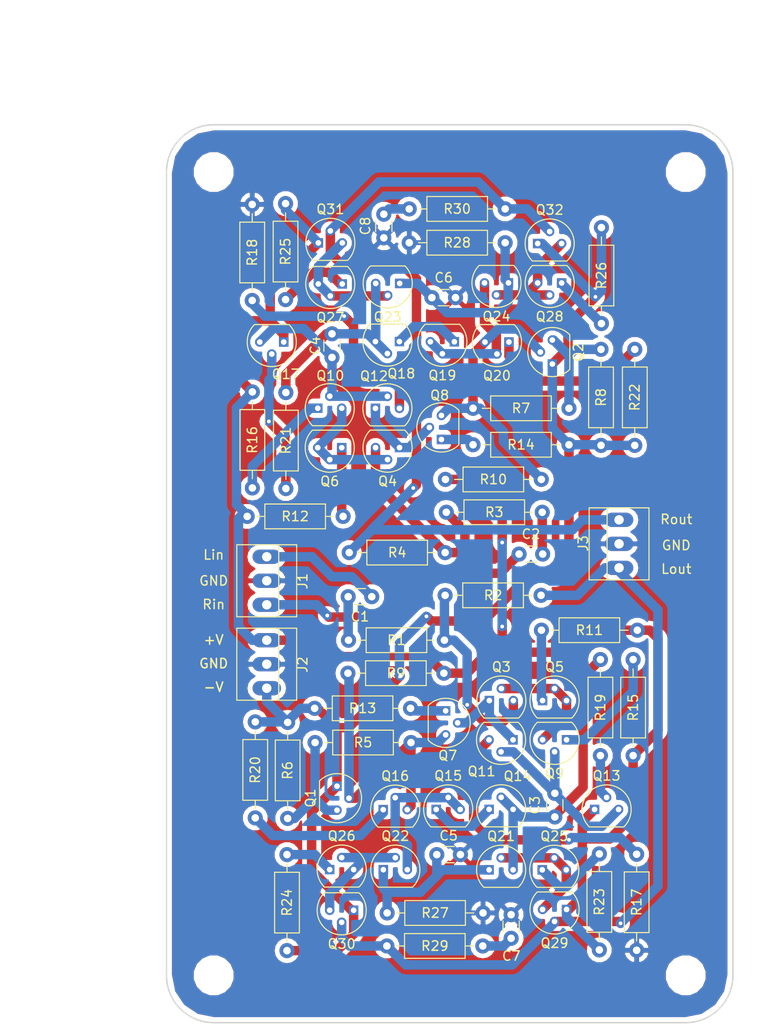
<source format=kicad_pcb>
(kicad_pcb (version 4) (host pcbnew 4.0.6)
  (layers (0 F.Cu signal) (31 B.Cu signal hide) (34 B.Paste user) (35 F.Paste user) (36 B.SilkS user) (37 F.SilkS user) (38 B.Mask user) (39 F.Mask user) (44 Edge.Cuts user))
  (net 0 "")
  (net 1 Lin)
  (net 2 "Net-(C1-Pad2)")
  (net 3 Rin)
  (net 4 "Net-(C2-Pad2)")
  (net 5 "Net-(C3-Pad1)")
  (net 6 "Net-(C3-Pad2)")
  (net 7 "Net-(C4-Pad1)")
  (net 8 "Net-(C4-Pad2)")
  (net 9 "Net-(C5-Pad1)")
  (net 10 GND)
  (net 11 "Net-(C6-Pad1)")
  (net 12 "Net-(C7-Pad1)")
  (net 13 "Net-(C8-Pad1)")
  (net 14 +V)
  (net 15 -V)
  (net 16 Lout)
  (net 17 Rout)
  (net 18 "Net-(Q1-Pad2)")
  (net 19 "Net-(Q1-Pad3)")
  (net 20 "Net-(Q2-Pad2)")
  (net 21 "Net-(Q2-Pad3)")
  (net 22 "Net-(Q3-Pad2)")
  (net 23 Linput)
  (net 24 "Net-(Q11-Pad1)")
  (net 25 "Net-(Q10-Pad3)")
  (net 26 Rinput)
  (net 27 "Net-(Q12-Pad1)")
  (net 28 "Net-(Q5-Pad1)")
  (net 29 "Net-(Q6-Pad1)")
  (net 30 "Net-(Q7-Pad1)")
  (net 31 "Net-(Q8-Pad1)")
  (net 32 "Net-(Q9-Pad1)")
  (net 33 "Net-(Q10-Pad1)")
  (net 34 "Net-(Q11-Pad3)")
  (net 35 "Net-(Q12-Pad3)")
  (net 36 "Net-(Q13-Pad2)")
  (net 37 "Net-(Q14-Pad1)")
  (net 38 "Net-(Q15-Pad2)")
  (net 39 "Net-(Q16-Pad1)")
  (net 40 "Net-(Q17-Pad2)")
  (net 41 "Net-(Q18-Pad1)")
  (net 42 "Net-(Q19-Pad2)")
  (net 43 "Net-(Q20-Pad1)")
  (net 44 "Net-(Q21-Pad2)")
  (net 45 "Net-(Q22-Pad2)")
  (net 46 "Net-(Q23-Pad2)")
  (net 47 "Net-(Q24-Pad2)")
  (net 48 "Net-(Q25-Pad1)")
  (net 49 "Net-(Q26-Pad1)")
  (net 50 "Net-(Q27-Pad1)")
  (net 51 "Net-(Q28-Pad1)")
  (module Capacitors_THT:C_Disc_D3.0mm_W1.6mm_P2.50mm (layer F.Cu) (at 173.02002 59.46042 270)
    (fp_text reference C8 (at 1.24968 1.95072 270) (layer F.SilkS))
    (fp_text value 0,047u)
    (pad 1 thru_hole circle (at 0 0 270) (size 1.6 1.6) (drill 0.8) (layers *.Cu *.Mask) (net 13 "Net-(C8-Pad1)"))
    (pad 2 thru_hole circle (at 2.5 0 270) (size 1.6 1.6) (drill 0.8) (layers *.Cu *.Mask) (net 10 GND))
  )
  (module Capacitors_THT:C_Disc_D3.0mm_W1.6mm_P2.50mm (layer F.Cu) (at 186.50488 136.07698 90)
    (fp_text reference C7 (at -1.8669 0.02032 180) (layer F.SilkS))
    (fp_text value 0,047u hide)
    (pad 1 thru_hole circle (at 0 0 90) (size 1.6 1.6) (drill 0.8) (layers *.Cu *.Mask) (net 12 "Net-(C7-Pad1)"))
    (pad 2 thru_hole circle (at 2.5 0 90) (size 1.6 1.6) (drill 0.8) (layers *.Cu *.Mask) (net 10 GND))
  )
  (module Capacitors_THT:C_Disc_D3.0mm_W1.6mm_P2.50mm (layer F.Cu) (at 178.11399 68.28819)
    (fp_text reference C6 (at 1.25 -2.11) (layer F.SilkS))
    (fp_text value 2200p)
    (pad 1 thru_hole circle (at 0 0) (size 1.6 1.6) (drill 0.8) (layers *.Cu *.Mask) (net 11 "Net-(C6-Pad1)"))
    (pad 2 thru_hole circle (at 2.5 0) (size 1.6 1.6) (drill 0.8) (layers *.Cu *.Mask) (net 10 GND))
  )
  (module Capacitors_THT:C_Disc_D3.0mm_W1.6mm_P2.50mm (layer F.Cu) (at 178.63342 127.22)
    (fp_text reference C5 (at 1.25 -2) (layer F.SilkS))
    (fp_text value 2200p)
    (pad 1 thru_hole circle (at 0 0) (size 1.6 1.6) (drill 0.8) (layers *.Cu *.Mask) (net 9 "Net-(C5-Pad1)"))
    (pad 2 thru_hole circle (at 2.5 0) (size 1.6 1.6) (drill 0.8) (layers *.Cu *.Mask) (net 10 GND))
  )
  (module Capacitors_THT:C_Disc_D3.0mm_W1.6mm_P2.50mm (layer F.Cu) (at 167.53108 74.6166 90)
    (fp_text reference C4 (at 1.25476 -1.77292 90) (layer F.SilkS))
    (fp_text value 220p)
    (pad 1 thru_hole circle (at 0 0 90) (size 1.6 1.6) (drill 0.8) (layers *.Cu *.Mask) (net 7 "Net-(C4-Pad1)"))
    (pad 2 thru_hole circle (at 2.5 0 90) (size 1.6 1.6) (drill 0.8) (layers *.Cu *.Mask) (net 8 "Net-(C4-Pad2)"))
  )
  (module Capacitors_THT:C_Disc_D3.0mm_W1.6mm_P2.50mm (layer F.Cu) (at 191.1353 120.73538 270)
    (fp_text reference C3 (at 1.24968 2.11 270) (layer F.SilkS))
    (fp_text value 220p hide)
    (pad 1 thru_hole circle (at 0 0 270) (size 1.6 1.6) (drill 0.8) (layers *.Cu *.Mask) (net 5 "Net-(C3-Pad1)"))
    (pad 2 thru_hole circle (at 2.5 0 270) (size 1.6 1.6) (drill 0.8) (layers *.Cu *.Mask) (net 6 "Net-(C3-Pad2)"))
  )
  (module Capacitors_THT:C_Disc_D3.0mm_W1.6mm_P2.50mm (layer F.Cu) (at 187.34816 95.42174)
    (fp_text reference C2 (at 1.25 -2.11) (layer F.SilkS))
    (fp_text value 10u)
    (pad 1 thru_hole circle (at 0 0) (size 1.6 1.6) (drill 0.8) (layers *.Cu *.Mask) (net 3 Rin))
    (pad 2 thru_hole circle (at 2.5 0) (size 1.6 1.6) (drill 0.8) (layers *.Cu *.Mask) (net 4 "Net-(C2-Pad2)"))
  )
  (module Capacitors_THT:C_Disc_D3.0mm_W1.6mm_P2.50mm (layer F.Cu) (at 171.74494 99.93278 180)
    (fp_text reference C1 (at 1.25 -2.11 180) (layer F.SilkS))
    (fp_text value 10u)
    (pad 1 thru_hole circle (at 0 0 180) (size 1.6 1.6) (drill 0.8) (layers *.Cu *.Mask) (net 1 Lin))
    (pad 2 thru_hole circle (at 2.5 0 180) (size 1.6 1.6) (drill 0.8) (layers *.Cu *.Mask) (net 2 "Net-(C1-Pad2)"))
  )
  (module TO_SOT_Packages_THT:TO-92_Molded_Narrow (layer F.Cu) (at 186.70808 115.07626 180)
    (fp_text reference Q11 (at 3.33248 -3.3401 180) (layer F.SilkS))
    (fp_text value 2SC1815 hide)
    (pad 2 thru_hole circle (at 1.27 -1.27 270) (size 1 1) (drill 0.6) (layers *.Cu *.Mask) (net 5 "Net-(C3-Pad1)"))
    (pad 3 thru_hole circle (at 2.54 0 270) (size 1 1) (drill 0.6) (layers *.Cu *.Mask) (net 34 "Net-(Q11-Pad3)"))
    (pad 1 thru_hole rect (at 0 0 270) (size 1 1) (drill 0.6) (layers *.Cu *.Mask) (net 24 "Net-(Q11-Pad1)"))
  )
  (module Connectors:PINHEAD1-3 (layer F.Cu) (at 160.61974 95.70622 270)
    (fp_text reference J1 (at 2.59 -3.8 270) (layer F.SilkS))
    (fp_text value CONN_01X03)
    (pad 1 thru_hole oval (at 0 0 270) (size 1.51 3.01) (drill 1) (layers *.Cu *.Mask) (net 1 Lin))
    (pad 2 thru_hole oval (at 2.54 0 270) (size 1.51 3.01) (drill 1) (layers *.Cu *.Mask) (net 10 GND))
    (pad 3 thru_hole oval (at 5.08 0 270) (size 1.51 3.01) (drill 1) (layers *.Cu *.Mask) (net 3 Rin))
  )
  (module Connectors:PINHEAD1-3 (layer F.Cu) (at 160.61974 104.53526 270)
    (fp_text reference J2 (at 2.59 -3.8 270) (layer F.SilkS))
    (fp_text value CONN_01X03)
    (pad 1 thru_hole oval (at 0 0 270) (size 1.51 3.01) (drill 1) (layers *.Cu *.Mask) (net 14 +V))
    (pad 2 thru_hole oval (at 2.54 0 270) (size 1.51 3.01) (drill 1) (layers *.Cu *.Mask) (net 10 GND))
    (pad 3 thru_hole oval (at 5.08 0 270) (size 1.51 3.01) (drill 1) (layers *.Cu *.Mask) (net 15 -V))
  )
  (module Connectors:PINHEAD1-3 (layer F.Cu) (at 197.93996 96.8797 90)
    (fp_text reference J3 (at 2.59 -3.8 90) (layer F.SilkS))
    (fp_text value CONN_01X03)
    (pad 1 thru_hole oval (at 0 0 90) (size 1.51 3.01) (drill 1) (layers *.Cu *.Mask) (net 16 Lout))
    (pad 2 thru_hole oval (at 2.54 0 90) (size 1.51 3.01) (drill 1) (layers *.Cu *.Mask) (net 10 GND))
    (pad 3 thru_hole oval (at 5.08 0 90) (size 1.51 3.01) (drill 1) (layers *.Cu *.Mask) (net 17 Rout))
  )
  (module TO_SOT_Packages_THT:TO-92_Molded_Narrow (layer F.Cu) (at 168.06194 119.98354 270)
    (fp_text reference Q1 (at 1.25476 2.8067 270) (layer F.SilkS))
    (fp_text value 2SC1815 hide)
    (pad 2 thru_hole circle (at 1.27 -1.27) (size 1 1) (drill 0.6) (layers *.Cu *.Mask) (net 18 "Net-(Q1-Pad2)"))
    (pad 3 thru_hole circle (at 2.54 0) (size 1 1) (drill 0.6) (layers *.Cu *.Mask) (net 19 "Net-(Q1-Pad3)"))
    (pad 1 thru_hole rect (at 0 0) (size 1 1) (drill 0.6) (layers *.Cu *.Mask) (net 15 -V))
  )
  (module TO_SOT_Packages_THT:TO-92_Molded_Narrow (layer F.Cu) (at 190.87114 75.3151 90)
    (fp_text reference Q2 (at 1.2446 2.76352 90) (layer F.SilkS))
    (fp_text value 2SC1815 hide)
    (pad 2 thru_hole circle (at 1.27 -1.27 180) (size 1 1) (drill 0.6) (layers *.Cu *.Mask) (net 20 "Net-(Q2-Pad2)"))
    (pad 3 thru_hole circle (at 2.54 0 180) (size 1 1) (drill 0.6) (layers *.Cu *.Mask) (net 21 "Net-(Q2-Pad3)"))
    (pad 1 thru_hole rect (at 0 0 180) (size 1 1) (drill 0.6) (layers *.Cu *.Mask) (net 15 -V))
  )
  (module TO_SOT_Packages_THT:TO-92_Molded_Narrow (layer F.Cu) (at 184.2011 110.92236)
    (fp_text reference Q3 (at 1.27 -3.56) (layer F.SilkS))
    (fp_text value 2SC1815 hide)
    (pad 2 thru_hole circle (at 1.27 -1.27 90) (size 1 1) (drill 0.6) (layers *.Cu *.Mask) (net 22 "Net-(Q3-Pad2)"))
    (pad 3 thru_hole circle (at 2.54 0 90) (size 1 1) (drill 0.6) (layers *.Cu *.Mask) (net 23 Linput))
    (pad 1 thru_hole rect (at 0 0 90) (size 1 1) (drill 0.6) (layers *.Cu *.Mask) (net 24 "Net-(Q11-Pad1)"))
  )
  (module TO_SOT_Packages_THT:TO-92_Molded_Narrow (layer F.Cu) (at 174.68626 84.15684 180)
    (fp_text reference Q4 (at 1.27 -3.56 180) (layer F.SilkS))
    (fp_text value 2SC1815)
    (pad 2 thru_hole circle (at 1.27 -1.27 270) (size 1 1) (drill 0.6) (layers *.Cu *.Mask) (net 25 "Net-(Q10-Pad3)"))
    (pad 3 thru_hole circle (at 2.54 0 270) (size 1 1) (drill 0.6) (layers *.Cu *.Mask) (net 26 Rinput))
    (pad 1 thru_hole rect (at 0 0 270) (size 1 1) (drill 0.6) (layers *.Cu *.Mask) (net 27 "Net-(Q12-Pad1)"))
  )
  (module TO_SOT_Packages_THT:TO-92_Molded_Narrow (layer F.Cu) (at 189.8356 110.92236)
    (fp_text reference Q5 (at 1.27 -3.56) (layer F.SilkS))
    (fp_text value 2SA1015 hide)
    (pad 2 thru_hole circle (at 1.27 -1.27 90) (size 1 1) (drill 0.6) (layers *.Cu *.Mask) (net 22 "Net-(Q3-Pad2)"))
    (pad 3 thru_hole circle (at 2.54 0 90) (size 1 1) (drill 0.6) (layers *.Cu *.Mask) (net 22 "Net-(Q3-Pad2)"))
    (pad 1 thru_hole rect (at 0 0 90) (size 1 1) (drill 0.6) (layers *.Cu *.Mask) (net 28 "Net-(Q5-Pad1)"))
  )
  (module TO_SOT_Packages_THT:TO-92_Molded_Narrow (layer F.Cu) (at 168.56232 84.16192 180)
    (fp_text reference Q6 (at 1.27 -3.56 180) (layer F.SilkS))
    (fp_text value 2SA1015 hide)
    (pad 2 thru_hole circle (at 1.27 -1.27 270) (size 1 1) (drill 0.6) (layers *.Cu *.Mask) (net 25 "Net-(Q10-Pad3)"))
    (pad 3 thru_hole circle (at 2.54 0 270) (size 1 1) (drill 0.6) (layers *.Cu *.Mask) (net 25 "Net-(Q10-Pad3)"))
    (pad 1 thru_hole rect (at 0 0 270) (size 1 1) (drill 0.6) (layers *.Cu *.Mask) (net 29 "Net-(Q6-Pad1)"))
  )
  (module TO_SOT_Packages_THT:TO-92_Molded_Narrow (layer F.Cu) (at 179.57068 112.01048 270)
    (fp_text reference Q7 (at 4.72186 -0.22352 360) (layer F.SilkS))
    (fp_text value 2SC1815 hide)
    (pad 2 thru_hole circle (at 1.27 -1.27) (size 1 1) (drill 0.6) (layers *.Cu *.Mask) (net 24 "Net-(Q11-Pad1)"))
    (pad 3 thru_hole circle (at 2.54 0) (size 1 1) (drill 0.6) (layers *.Cu *.Mask) (net 18 "Net-(Q1-Pad2)"))
    (pad 1 thru_hole rect (at 0 0) (size 1 1) (drill 0.6) (layers *.Cu *.Mask) (net 30 "Net-(Q7-Pad1)"))
  )
  (module TO_SOT_Packages_THT:TO-92_Molded_Narrow (layer F.Cu) (at 179.11856 83.29578 90)
    (fp_text reference Q8 (at 4.6736 -0.18542 180) (layer F.SilkS))
    (fp_text value 2SC1815 hide)
    (pad 2 thru_hole circle (at 1.27 -1.27 180) (size 1 1) (drill 0.6) (layers *.Cu *.Mask) (net 27 "Net-(Q12-Pad1)"))
    (pad 3 thru_hole circle (at 2.54 0 180) (size 1 1) (drill 0.6) (layers *.Cu *.Mask) (net 20 "Net-(Q2-Pad2)"))
    (pad 1 thru_hole rect (at 0 0 180) (size 1 1) (drill 0.6) (layers *.Cu *.Mask) (net 31 "Net-(Q8-Pad1)"))
  )
  (module TO_SOT_Packages_THT:TO-92_Molded_Narrow (layer F.Cu) (at 192.37736 115.07236 180)
    (fp_text reference Q9 (at 1.27 -3.56 180) (layer F.SilkS))
    (fp_text value 2SA1015 hide)
    (pad 2 thru_hole circle (at 1.27 -1.27 270) (size 1 1) (drill 0.6) (layers *.Cu *.Mask) (net 5 "Net-(C3-Pad1)"))
    (pad 3 thru_hole circle (at 2.54 0 270) (size 1 1) (drill 0.6) (layers *.Cu *.Mask) (net 22 "Net-(Q3-Pad2)"))
    (pad 1 thru_hole rect (at 0 0 270) (size 1 1) (drill 0.6) (layers *.Cu *.Mask) (net 32 "Net-(Q9-Pad1)"))
  )
  (module TO_SOT_Packages_THT:TO-92_Molded_Narrow (layer F.Cu) (at 166.02486 79.9887)
    (fp_text reference Q10 (at 1.32842 -3.43662) (layer F.SilkS))
    (fp_text value 2SA1015 hide)
    (pad 2 thru_hole circle (at 1.27 -1.27 90) (size 1 1) (drill 0.6) (layers *.Cu *.Mask) (net 7 "Net-(C4-Pad1)"))
    (pad 3 thru_hole circle (at 2.54 0 90) (size 1 1) (drill 0.6) (layers *.Cu *.Mask) (net 25 "Net-(Q10-Pad3)"))
    (pad 1 thru_hole rect (at 0 0 90) (size 1 1) (drill 0.6) (layers *.Cu *.Mask) (net 33 "Net-(Q10-Pad1)"))
  )
  (module TO_SOT_Packages_THT:TO-92_Molded_Narrow (layer F.Cu) (at 172.13356 80.00394)
    (fp_text reference Q12 (at -0.15494 -3.41122) (layer F.SilkS))
    (fp_text value 2SC1815 hide)
    (pad 2 thru_hole circle (at 1.27 -1.27 90) (size 1 1) (drill 0.6) (layers *.Cu *.Mask) (net 7 "Net-(C4-Pad1)"))
    (pad 3 thru_hole circle (at 2.54 0 90) (size 1 1) (drill 0.6) (layers *.Cu *.Mask) (net 35 "Net-(Q12-Pad3)"))
    (pad 1 thru_hole rect (at 0 0 90) (size 1 1) (drill 0.6) (layers *.Cu *.Mask) (net 27 "Net-(Q12-Pad1)"))
  )
  (module TO_SOT_Packages_THT:TO-92_Molded_Narrow (layer F.Cu) (at 195.34916 122.44226)
    (fp_text reference Q13 (at 1.27 -3.56) (layer F.SilkS))
    (fp_text value 2SA1015 hide)
    (pad 2 thru_hole circle (at 1.27 -1.27 90) (size 1 1) (drill 0.6) (layers *.Cu *.Mask) (net 36 "Net-(Q13-Pad2)"))
    (pad 3 thru_hole circle (at 2.54 0 90) (size 1 1) (drill 0.6) (layers *.Cu *.Mask) (net 5 "Net-(C3-Pad1)"))
    (pad 1 thru_hole rect (at 0 0 90) (size 1 1) (drill 0.6) (layers *.Cu *.Mask) (net 14 +V))
  )
  (module TO_SOT_Packages_THT:TO-92_Molded_Narrow (layer F.Cu) (at 184.17824 122.4321)
    (fp_text reference Q14 (at 3.00736 -3.50774) (layer F.SilkS))
    (fp_text value 2SC1815 hide)
    (pad 2 thru_hole circle (at 1.27 -1.27 90) (size 1 1) (drill 0.6) (layers *.Cu *.Mask) (net 6 "Net-(C3-Pad2)"))
    (pad 3 thru_hole circle (at 2.54 0 90) (size 1 1) (drill 0.6) (layers *.Cu *.Mask) (net 6 "Net-(C3-Pad2)"))
    (pad 1 thru_hole rect (at 0 0 90) (size 1 1) (drill 0.6) (layers *.Cu *.Mask) (net 37 "Net-(Q14-Pad1)"))
  )
  (module TO_SOT_Packages_THT:TO-92_Molded_Narrow (layer F.Cu) (at 178.56992 122.44226)
    (fp_text reference Q15 (at 1.27 -3.56) (layer F.SilkS))
    (fp_text value 2SA1015 hide)
    (pad 2 thru_hole circle (at 1.27 -1.27 90) (size 1 1) (drill 0.6) (layers *.Cu *.Mask) (net 38 "Net-(Q15-Pad2)"))
    (pad 3 thru_hole circle (at 2.54 0 90) (size 1 1) (drill 0.6) (layers *.Cu *.Mask) (net 38 "Net-(Q15-Pad2)"))
    (pad 1 thru_hole rect (at 0 0 90) (size 1 1) (drill 0.6) (layers *.Cu *.Mask) (net 37 "Net-(Q14-Pad1)"))
  )
  (module TO_SOT_Packages_THT:TO-92_Molded_Narrow (layer F.Cu) (at 172.95652 122.46512)
    (fp_text reference Q16 (at 1.27 -3.56) (layer F.SilkS))
    (fp_text value 2SC1815 hide)
    (pad 2 thru_hole circle (at 1.27 -1.27 90) (size 1 1) (drill 0.6) (layers *.Cu *.Mask) (net 38 "Net-(Q15-Pad2)"))
    (pad 3 thru_hole circle (at 2.54 0 90) (size 1 1) (drill 0.6) (layers *.Cu *.Mask) (net 18 "Net-(Q1-Pad2)"))
    (pad 1 thru_hole rect (at 0 0 90) (size 1 1) (drill 0.6) (layers *.Cu *.Mask) (net 39 "Net-(Q16-Pad1)"))
  )
  (module TO_SOT_Packages_THT:TO-92_Molded_Narrow (layer F.Cu) (at 162.4206 72.98592 180)
    (fp_text reference Q17 (at -0.22479 -3.40741 180) (layer F.SilkS))
    (fp_text value 2SA1015)
    (pad 2 thru_hole circle (at 1.27 -1.27 270) (size 1 1) (drill 0.6) (layers *.Cu *.Mask) (net 40 "Net-(Q17-Pad2)"))
    (pad 3 thru_hole circle (at 2.54 0 270) (size 1 1) (drill 0.6) (layers *.Cu *.Mask) (net 7 "Net-(C4-Pad1)"))
    (pad 1 thru_hole rect (at 0 0 270) (size 1 1) (drill 0.6) (layers *.Cu *.Mask) (net 14 +V))
  )
  (module TO_SOT_Packages_THT:TO-92_Molded_Narrow (layer F.Cu) (at 174.67102 72.93766 180)
    (fp_text reference Q18 (at -0.20066 -3.3909 180) (layer F.SilkS))
    (fp_text value 2SC1815 hide)
    (pad 2 thru_hole circle (at 1.27 -1.27 270) (size 1 1) (drill 0.6) (layers *.Cu *.Mask) (net 8 "Net-(C4-Pad2)"))
    (pad 3 thru_hole circle (at 2.54 0 270) (size 1 1) (drill 0.6) (layers *.Cu *.Mask) (net 8 "Net-(C4-Pad2)"))
    (pad 1 thru_hole rect (at 0 0 270) (size 1 1) (drill 0.6) (layers *.Cu *.Mask) (net 41 "Net-(Q18-Pad1)"))
  )
  (module TO_SOT_Packages_THT:TO-92_Molded_Narrow (layer F.Cu) (at 180.49016 72.95798 180)
    (fp_text reference Q19 (at 1.27 -3.56 180) (layer F.SilkS))
    (fp_text value 2SA1015 hide)
    (pad 2 thru_hole circle (at 1.27 -1.27 270) (size 1 1) (drill 0.6) (layers *.Cu *.Mask) (net 42 "Net-(Q19-Pad2)"))
    (pad 3 thru_hole circle (at 2.54 0 270) (size 1 1) (drill 0.6) (layers *.Cu *.Mask) (net 42 "Net-(Q19-Pad2)"))
    (pad 1 thru_hole rect (at 0 0 270) (size 1 1) (drill 0.6) (layers *.Cu *.Mask) (net 41 "Net-(Q18-Pad1)"))
  )
  (module TO_SOT_Packages_THT:TO-92_Molded_Narrow (layer F.Cu) (at 186.27374 72.98592 180)
    (fp_text reference Q20 (at 1.27 -3.56 180) (layer F.SilkS))
    (fp_text value 2SC1815)
    (pad 2 thru_hole circle (at 1.27 -1.27 270) (size 1 1) (drill 0.6) (layers *.Cu *.Mask) (net 42 "Net-(Q19-Pad2)"))
    (pad 3 thru_hole circle (at 2.54 0 270) (size 1 1) (drill 0.6) (layers *.Cu *.Mask) (net 20 "Net-(Q2-Pad2)"))
    (pad 1 thru_hole rect (at 0 0 270) (size 1 1) (drill 0.6) (layers *.Cu *.Mask) (net 43 "Net-(Q20-Pad1)"))
  )
  (module TO_SOT_Packages_THT:TO-92_Molded_Narrow (layer F.Cu) (at 184.1756 128.83236)
    (fp_text reference Q21 (at 1.27 -3.56) (layer F.SilkS))
    (fp_text value 2SC1815 hide)
    (pad 2 thru_hole circle (at 1.27 -1.27 90) (size 1 1) (drill 0.6) (layers *.Cu *.Mask) (net 44 "Net-(Q21-Pad2)"))
    (pad 3 thru_hole circle (at 2.54 0 90) (size 1 1) (drill 0.6) (layers *.Cu *.Mask) (net 6 "Net-(C3-Pad2)"))
    (pad 1 thru_hole rect (at 0 0 90) (size 1 1) (drill 0.6) (layers *.Cu *.Mask) (net 9 "Net-(C5-Pad1)"))
  )
  (module TO_SOT_Packages_THT:TO-92_Molded_Narrow (layer F.Cu) (at 172.96922 128.81766)
    (fp_text reference Q22 (at 1.27 -3.56) (layer F.SilkS))
    (fp_text value 2SA1015 hide)
    (pad 2 thru_hole circle (at 1.27 -1.27 90) (size 1 1) (drill 0.6) (layers *.Cu *.Mask) (net 45 "Net-(Q22-Pad2)"))
    (pad 3 thru_hole circle (at 2.54 0 90) (size 1 1) (drill 0.6) (layers *.Cu *.Mask) (net 38 "Net-(Q15-Pad2)"))
    (pad 1 thru_hole rect (at 0 0 90) (size 1 1) (drill 0.6) (layers *.Cu *.Mask) (net 9 "Net-(C5-Pad1)"))
  )
  (module TO_SOT_Packages_THT:TO-92_Molded_Narrow (layer F.Cu) (at 174.70277 66.78451 180)
    (fp_text reference Q23 (at 1.27 -3.56 180) (layer F.SilkS))
    (fp_text value 2SC1815)
    (pad 2 thru_hole circle (at 1.27 -1.27 270) (size 1 1) (drill 0.6) (layers *.Cu *.Mask) (net 46 "Net-(Q23-Pad2)"))
    (pad 3 thru_hole circle (at 2.54 0 270) (size 1 1) (drill 0.6) (layers *.Cu *.Mask) (net 8 "Net-(C4-Pad2)"))
    (pad 1 thru_hole rect (at 0 0 270) (size 1 1) (drill 0.6) (layers *.Cu *.Mask) (net 11 "Net-(C6-Pad1)"))
  )
  (module TO_SOT_Packages_THT:TO-92_Molded_Narrow (layer F.Cu) (at 186.22421 66.72863 180)
    (fp_text reference Q24 (at 1.27 -3.56 180) (layer F.SilkS))
    (fp_text value 2SA1015)
    (pad 2 thru_hole circle (at 1.27 -1.27 270) (size 1 1) (drill 0.6) (layers *.Cu *.Mask) (net 47 "Net-(Q24-Pad2)"))
    (pad 3 thru_hole circle (at 2.54 0 270) (size 1 1) (drill 0.6) (layers *.Cu *.Mask) (net 42 "Net-(Q19-Pad2)"))
    (pad 1 thru_hole rect (at 0 0 270) (size 1 1) (drill 0.6) (layers *.Cu *.Mask) (net 11 "Net-(C6-Pad1)"))
  )
  (module TO_SOT_Packages_THT:TO-92_Molded_Narrow (layer F.Cu) (at 189.8056 128.83236)
    (fp_text reference Q25 (at 1.27 -3.56) (layer F.SilkS))
    (fp_text value 2SA1015 hide)
    (pad 2 thru_hole circle (at 1.27 -1.27 90) (size 1 1) (drill 0.6) (layers *.Cu *.Mask) (net 44 "Net-(Q21-Pad2)"))
    (pad 3 thru_hole circle (at 2.54 0 90) (size 1 1) (drill 0.6) (layers *.Cu *.Mask) (net 44 "Net-(Q21-Pad2)"))
    (pad 1 thru_hole rect (at 0 0 90) (size 1 1) (drill 0.6) (layers *.Cu *.Mask) (net 48 "Net-(Q25-Pad1)"))
  )
  (module TO_SOT_Packages_THT:TO-92_Molded_Narrow (layer F.Cu) (at 167.28724 128.8075)
    (fp_text reference Q26 (at 1.27 -3.56) (layer F.SilkS))
    (fp_text value 2SC1815 hide)
    (pad 2 thru_hole circle (at 1.27 -1.27 90) (size 1 1) (drill 0.6) (layers *.Cu *.Mask) (net 45 "Net-(Q22-Pad2)"))
    (pad 3 thru_hole circle (at 2.54 0 90) (size 1 1) (drill 0.6) (layers *.Cu *.Mask) (net 45 "Net-(Q22-Pad2)"))
    (pad 1 thru_hole rect (at 0 0 90) (size 1 1) (drill 0.6) (layers *.Cu *.Mask) (net 49 "Net-(Q26-Pad1)"))
  )
  (module TO_SOT_Packages_THT:TO-92_Molded_Narrow (layer F.Cu) (at 168.61947 66.84039 180)
    (fp_text reference Q27 (at 1.27 -3.56 180) (layer F.SilkS))
    (fp_text value 2SA1015)
    (pad 2 thru_hole circle (at 1.27 -1.27 270) (size 1 1) (drill 0.6) (layers *.Cu *.Mask) (net 46 "Net-(Q23-Pad2)"))
    (pad 3 thru_hole circle (at 2.54 0 270) (size 1 1) (drill 0.6) (layers *.Cu *.Mask) (net 46 "Net-(Q23-Pad2)"))
    (pad 1 thru_hole rect (at 0 0 270) (size 1 1) (drill 0.6) (layers *.Cu *.Mask) (net 50 "Net-(Q27-Pad1)"))
  )
  (module TO_SOT_Packages_THT:TO-92_Molded_Narrow (layer F.Cu) (at 191.85793 66.73879 180)
    (fp_text reference Q28 (at 1.27 -3.56 180) (layer F.SilkS))
    (fp_text value 2SC1815 hide)
    (pad 2 thru_hole circle (at 1.27 -1.27 270) (size 1 1) (drill 0.6) (layers *.Cu *.Mask) (net 47 "Net-(Q24-Pad2)"))
    (pad 3 thru_hole circle (at 2.54 0 270) (size 1 1) (drill 0.6) (layers *.Cu *.Mask) (net 47 "Net-(Q24-Pad2)"))
    (pad 1 thru_hole rect (at 0 0 270) (size 1 1) (drill 0.6) (layers *.Cu *.Mask) (net 51 "Net-(Q28-Pad1)"))
  )
  (module TO_SOT_Packages_THT:TO-92_Molded_Narrow (layer F.Cu) (at 192.3756 133.02236 180)
    (fp_text reference Q29 (at 1.27 -3.56 180) (layer F.SilkS))
    (fp_text value 2SA1015 hide)
    (pad 2 thru_hole circle (at 1.27 -1.27 270) (size 1 1) (drill 0.6) (layers *.Cu *.Mask) (net 16 Lout))
    (pad 3 thru_hole circle (at 2.54 0 270) (size 1 1) (drill 0.6) (layers *.Cu *.Mask) (net 44 "Net-(Q21-Pad2)"))
    (pad 1 thru_hole rect (at 0 0 270) (size 1 1) (drill 0.6) (layers *.Cu *.Mask) (net 14 +V))
  )
  (module TO_SOT_Packages_THT:TO-92_Molded_Narrow (layer F.Cu) (at 169.82724 133.11026 180)
    (fp_text reference Q30 (at 1.27 -3.56 180) (layer F.SilkS))
    (fp_text value 2SC1815 hide)
    (pad 2 thru_hole circle (at 1.27 -1.27 270) (size 1 1) (drill 0.6) (layers *.Cu *.Mask) (net 16 Lout))
    (pad 3 thru_hole circle (at 2.54 0 270) (size 1 1) (drill 0.6) (layers *.Cu *.Mask) (net 45 "Net-(Q22-Pad2)"))
    (pad 1 thru_hole rect (at 0 0 270) (size 1 1) (drill 0.6) (layers *.Cu *.Mask) (net 15 -V))
  )
  (module TO_SOT_Packages_THT:TO-92_Molded_Narrow (layer F.Cu) (at 166.08709 62.49699)
    (fp_text reference Q31 (at 1.27 -3.56) (layer F.SilkS))
    (fp_text value 2SA1015 hide)
    (pad 2 thru_hole circle (at 1.27 -1.27 90) (size 1 1) (drill 0.6) (layers *.Cu *.Mask) (net 17 Rout))
    (pad 3 thru_hole circle (at 2.54 0 90) (size 1 1) (drill 0.6) (layers *.Cu *.Mask) (net 46 "Net-(Q23-Pad2)"))
    (pad 1 thru_hole rect (at 0 0 90) (size 1 1) (drill 0.6) (layers *.Cu *.Mask) (net 14 +V))
  )
  (module TO_SOT_Packages_THT:TO-92_Molded_Narrow (layer F.Cu) (at 189.31793 62.56303)
    (fp_text reference Q32 (at 1.27 -3.56) (layer F.SilkS))
    (fp_text value 2SC1815 hide)
    (pad 2 thru_hole circle (at 1.27 -1.27 90) (size 1 1) (drill 0.6) (layers *.Cu *.Mask) (net 17 Rout))
    (pad 3 thru_hole circle (at 2.54 0 90) (size 1 1) (drill 0.6) (layers *.Cu *.Mask) (net 47 "Net-(Q24-Pad2)"))
    (pad 1 thru_hole rect (at 0 0 90) (size 1 1) (drill 0.6) (layers *.Cu *.Mask) (net 15 -V))
  )
  (module Resistors_THT:R_Axial_DIN0207_L6.3mm_D2.5mm_P10.16mm_Horizontal (layer F.Cu) (at 169.2786 104.53526)
    (fp_text reference R1 (at 5.08 0) (layer F.SilkS))
    (fp_text value 10k)
    (pad 1 thru_hole circle (at 0 0) (size 1.6 1.6) (drill 0.8) (layers *.Cu *.Mask) (net 2 "Net-(C1-Pad2)"))
    (pad 2 thru_hole oval (at 10.16 0) (size 1.6 1.6) (drill 0.8) (layers *.Cu *.Mask) (net 23 Linput))
  )
  (module Resistors_THT:R_Axial_DIN0207_L6.3mm_D2.5mm_P10.16mm_Horizontal (layer F.Cu) (at 189.6748 99.78546 180)
    (fp_text reference R2 (at 5.08 0 180) (layer F.SilkS))
    (fp_text value 33k)
    (pad 1 thru_hole circle (at 0 0 180) (size 1.6 1.6) (drill 0.8) (layers *.Cu *.Mask) (net 16 Lout))
    (pad 2 thru_hole oval (at 10.16 0 180) (size 1.6 1.6) (drill 0.8) (layers *.Cu *.Mask) (net 23 Linput))
  )
  (module Resistors_THT:R_Axial_DIN0207_L6.3mm_D2.5mm_P10.16mm_Horizontal (layer F.Cu) (at 189.8018 90.99706 180)
    (fp_text reference R3 (at 5.08 0 180) (layer F.SilkS))
    (fp_text value 10k)
    (pad 1 thru_hole circle (at 0 0 180) (size 1.6 1.6) (drill 0.8) (layers *.Cu *.Mask) (net 4 "Net-(C2-Pad2)"))
    (pad 2 thru_hole oval (at 10.16 0 180) (size 1.6 1.6) (drill 0.8) (layers *.Cu *.Mask) (net 26 Rinput))
  )
  (module Resistors_THT:R_Axial_DIN0207_L6.3mm_D2.5mm_P10.16mm_Horizontal (layer F.Cu) (at 169.3548 95.26426)
    (fp_text reference R4 (at 5.08 0) (layer F.SilkS))
    (fp_text value 33k)
    (pad 1 thru_hole circle (at 0 0) (size 1.6 1.6) (drill 0.8) (layers *.Cu *.Mask) (net 17 Rout))
    (pad 2 thru_hole oval (at 10.16 0) (size 1.6 1.6) (drill 0.8) (layers *.Cu *.Mask) (net 26 Rinput))
  )
  (module Resistors_THT:R_Axial_DIN0207_L6.3mm_D2.5mm_P10.16mm_Horizontal (layer F.Cu) (at 175.89784 115.36328 180)
    (fp_text reference R5 (at 5.08 0 180) (layer F.SilkS))
    (fp_text value 1k hide)
    (pad 1 thru_hole circle (at 0 0 180) (size 1.6 1.6) (drill 0.8) (layers *.Cu *.Mask) (net 18 "Net-(Q1-Pad2)"))
    (pad 2 thru_hole oval (at 10.16 0 180) (size 1.6 1.6) (drill 0.8) (layers *.Cu *.Mask) (net 19 "Net-(Q1-Pad3)"))
  )
  (module Resistors_THT:R_Axial_DIN0207_L6.3mm_D2.5mm_P10.16mm_Horizontal (layer F.Cu) (at 162.83462 123.39222 90)
    (fp_text reference R6 (at 5.08 0 90) (layer F.SilkS))
    (fp_text value 6.8k hide)
    (pad 1 thru_hole circle (at 0 0 90) (size 1.6 1.6) (drill 0.8) (layers *.Cu *.Mask) (net 19 "Net-(Q1-Pad3)"))
    (pad 2 thru_hole oval (at 10.16 0 90) (size 1.6 1.6) (drill 0.8) (layers *.Cu *.Mask) (net 15 -V))
  )
  (module Resistors_THT:R_Axial_DIN0207_L6.3mm_D2.5mm_P10.16mm_Horizontal (layer F.Cu) (at 182.47136 79.99886)
    (fp_text reference R7 (at 5.08 0) (layer F.SilkS))
    (fp_text value 1k hide)
    (pad 1 thru_hole circle (at 0 0) (size 1.6 1.6) (drill 0.8) (layers *.Cu *.Mask) (net 20 "Net-(Q2-Pad2)"))
    (pad 2 thru_hole oval (at 10.16 0) (size 1.6 1.6) (drill 0.8) (layers *.Cu *.Mask) (net 21 "Net-(Q2-Pad3)"))
  )
  (module Resistors_THT:R_Axial_DIN0207_L6.3mm_D2.5mm_P10.16mm_Horizontal (layer F.Cu) (at 196.02734 73.76062 270)
    (fp_text reference R8 (at 5.08 0 270) (layer F.SilkS))
    (fp_text value 6.8k hide)
    (pad 1 thru_hole circle (at 0 0 270) (size 1.6 1.6) (drill 0.8) (layers *.Cu *.Mask) (net 21 "Net-(Q2-Pad3)"))
    (pad 2 thru_hole oval (at 10.16 0 270) (size 1.6 1.6) (drill 0.8) (layers *.Cu *.Mask) (net 15 -V))
  )
  (module Resistors_THT:R_Axial_DIN0207_L6.3mm_D2.5mm_P10.16mm_Horizontal (layer F.Cu) (at 179.38018 108.02522 180)
    (fp_text reference R9 (at 5.08 0 180) (layer F.SilkS))
    (fp_text value 7.5k)
    (pad 1 thru_hole circle (at 0 0 180) (size 1.6 1.6) (drill 0.8) (layers *.Cu *.Mask) (net 14 +V))
    (pad 2 thru_hole oval (at 10.16 0 180) (size 1.6 1.6) (drill 0.8) (layers *.Cu *.Mask) (net 18 "Net-(Q1-Pad2)"))
  )
  (module Resistors_THT:R_Axial_DIN0207_L6.3mm_D2.5mm_P10.16mm_Horizontal (layer F.Cu) (at 179.54274 87.52234)
    (fp_text reference R10 (at 5.08 0) (layer F.SilkS))
    (fp_text value 7.5k)
    (pad 1 thru_hole circle (at 0 0) (size 1.6 1.6) (drill 0.8) (layers *.Cu *.Mask) (net 14 +V))
    (pad 2 thru_hole oval (at 10.16 0) (size 1.6 1.6) (drill 0.8) (layers *.Cu *.Mask) (net 20 "Net-(Q2-Pad2)"))
  )
  (module Resistors_THT:R_Axial_DIN0207_L6.3mm_D2.5mm_P10.16mm_Horizontal (layer F.Cu) (at 199.87544 103.47608 180)
    (fp_text reference R11 (at 5.08 0 180) (layer F.SilkS))
    (fp_text value 2k)
    (pad 1 thru_hole circle (at 0 0 180) (size 1.6 1.6) (drill 0.8) (layers *.Cu *.Mask) (net 14 +V))
    (pad 2 thru_hole oval (at 10.16 0 180) (size 1.6 1.6) (drill 0.8) (layers *.Cu *.Mask) (net 28 "Net-(Q5-Pad1)"))
  )
  (module Resistors_THT:R_Axial_DIN0207_L6.3mm_D2.5mm_P10.16mm_Horizontal (layer F.Cu) (at 158.54964 91.43648)
    (fp_text reference R12 (at 5.08 0) (layer F.SilkS))
    (fp_text value 2k)
    (pad 1 thru_hole circle (at 0 0) (size 1.6 1.6) (drill 0.8) (layers *.Cu *.Mask) (net 14 +V))
    (pad 2 thru_hole oval (at 10.16 0) (size 1.6 1.6) (drill 0.8) (layers *.Cu *.Mask) (net 29 "Net-(Q6-Pad1)"))
  )
  (module Resistors_THT:R_Axial_DIN0207_L6.3mm_D2.5mm_P10.16mm_Horizontal (layer F.Cu) (at 175.84958 111.74124 180)
    (fp_text reference R13 (at 5.08 0 180) (layer F.SilkS))
    (fp_text value 1.2k hide)
    (pad 1 thru_hole circle (at 0 0 180) (size 1.6 1.6) (drill 0.8) (layers *.Cu *.Mask) (net 30 "Net-(Q7-Pad1)"))
    (pad 2 thru_hole oval (at 10.16 0 180) (size 1.6 1.6) (drill 0.8) (layers *.Cu *.Mask) (net 15 -V))
  )
  (module Resistors_THT:R_Axial_DIN0207_L6.3mm_D2.5mm_P10.16mm_Horizontal (layer F.Cu) (at 182.47136 83.85458)
    (fp_text reference R14 (at 5.08 0) (layer F.SilkS))
    (fp_text value 1.2k)
    (pad 1 thru_hole circle (at 0 0) (size 1.6 1.6) (drill 0.8) (layers *.Cu *.Mask) (net 31 "Net-(Q8-Pad1)"))
    (pad 2 thru_hole oval (at 10.16 0) (size 1.6 1.6) (drill 0.8) (layers *.Cu *.Mask) (net 15 -V))
  )
  (module Resistors_THT:R_Axial_DIN0207_L6.3mm_D2.5mm_P10.16mm_Horizontal (layer F.Cu) (at 199.4284 116.7425 90)
    (fp_text reference R15 (at 5.08 0 90) (layer F.SilkS))
    (fp_text value 2k hide)
    (pad 1 thru_hole circle (at 0 0 90) (size 1.6 1.6) (drill 0.8) (layers *.Cu *.Mask) (net 14 +V))
    (pad 2 thru_hole oval (at 10.16 0 90) (size 1.6 1.6) (drill 0.8) (layers *.Cu *.Mask) (net 32 "Net-(Q9-Pad1)"))
  )
  (module Resistors_THT:R_Axial_DIN0207_L6.3mm_D2.5mm_P10.16mm_Horizontal (layer F.Cu) (at 159.09574 78.26658 270)
    (fp_text reference R16 (at 5.08 0 270) (layer F.SilkS))
    (fp_text value 2k)
    (pad 1 thru_hole circle (at 0 0 270) (size 1.6 1.6) (drill 0.8) (layers *.Cu *.Mask) (net 14 +V))
    (pad 2 thru_hole oval (at 10.16 0 270) (size 1.6 1.6) (drill 0.8) (layers *.Cu *.Mask) (net 33 "Net-(Q10-Pad1)"))
  )
  (module Resistors_THT:R_Axial_DIN0207_L6.3mm_D2.5mm_P10.16mm_Horizontal (layer F.Cu) (at 199.80178 127.1819 270)
    (fp_text reference R17 (at 5.08 0 270) (layer F.SilkS))
    (fp_text value 33k)
    (pad 1 thru_hole circle (at 0 0 270) (size 1.6 1.6) (drill 0.8) (layers *.Cu *.Mask) (net 34 "Net-(Q11-Pad3)"))
    (pad 2 thru_hole oval (at 10.16 0 270) (size 1.6 1.6) (drill 0.8) (layers *.Cu *.Mask) (net 10 GND))
  )
  (module Resistors_THT:R_Axial_DIN0207_L6.3mm_D2.5mm_P10.16mm_Horizontal (layer F.Cu) (at 159.0805 68.58918 90)
    (fp_text reference R18 (at 5.08 0 90) (layer F.SilkS))
    (fp_text value 33k)
    (pad 1 thru_hole circle (at 0 0 90) (size 1.6 1.6) (drill 0.8) (layers *.Cu *.Mask) (net 35 "Net-(Q12-Pad3)"))
    (pad 2 thru_hole oval (at 10.16 0 90) (size 1.6 1.6) (drill 0.8) (layers *.Cu *.Mask) (net 10 GND))
  )
  (module Resistors_THT:R_Axial_DIN0207_L6.3mm_D2.5mm_P10.16mm_Horizontal (layer F.Cu) (at 195.96384 116.7425 90)
    (fp_text reference R19 (at 5.08 0 90) (layer F.SilkS))
    (fp_text value 470 hide)
    (pad 1 thru_hole circle (at 0 0 90) (size 1.6 1.6) (drill 0.8) (layers *.Cu *.Mask) (net 36 "Net-(Q13-Pad2)"))
    (pad 2 thru_hole oval (at 10.16 0 90) (size 1.6 1.6) (drill 0.8) (layers *.Cu *.Mask) (net 6 "Net-(C3-Pad2)"))
  )
  (module Resistors_THT:R_Axial_DIN0207_L6.3mm_D2.5mm_P10.16mm_Horizontal (layer F.Cu) (at 159.40054 123.33888 90)
    (fp_text reference R20 (at 5.08 0 90) (layer F.SilkS))
    (fp_text value 470 hide)
    (pad 1 thru_hole circle (at 0 0 90) (size 1.6 1.6) (drill 0.8) (layers *.Cu *.Mask) (net 39 "Net-(Q16-Pad1)"))
    (pad 2 thru_hole oval (at 10.16 0 90) (size 1.6 1.6) (drill 0.8) (layers *.Cu *.Mask) (net 15 -V))
  )
  (module Resistors_THT:R_Axial_DIN0207_L6.3mm_D2.5mm_P10.16mm_Horizontal (layer F.Cu) (at 162.64412 88.49262 90)
    (fp_text reference R21 (at 5.08 0 90) (layer F.SilkS))
    (fp_text value 470)
    (pad 1 thru_hole circle (at 0 0 90) (size 1.6 1.6) (drill 0.8) (layers *.Cu *.Mask) (net 40 "Net-(Q17-Pad2)"))
    (pad 2 thru_hole oval (at 10.16 0 90) (size 1.6 1.6) (drill 0.8) (layers *.Cu *.Mask) (net 8 "Net-(C4-Pad2)"))
  )
  (module Resistors_THT:R_Axial_DIN0207_L6.3mm_D2.5mm_P10.16mm_Horizontal (layer F.Cu) (at 199.60366 73.76062 270)
    (fp_text reference R22 (at 5.08 0 270) (layer F.SilkS))
    (fp_text value 470)
    (pad 1 thru_hole circle (at 0 0 270) (size 1.6 1.6) (drill 0.8) (layers *.Cu *.Mask) (net 43 "Net-(Q20-Pad1)"))
    (pad 2 thru_hole oval (at 10.16 0 270) (size 1.6 1.6) (drill 0.8) (layers *.Cu *.Mask) (net 15 -V))
  )
  (module Resistors_THT:R_Axial_DIN0207_L6.3mm_D2.5mm_P10.16mm_Horizontal (layer F.Cu) (at 195.84954 137.30634 90)
    (fp_text reference R23 (at 5.08 0 90) (layer F.SilkS))
    (fp_text value 360 hide)
    (pad 1 thru_hole circle (at 0 0 90) (size 1.6 1.6) (drill 0.8) (layers *.Cu *.Mask) (net 14 +V))
    (pad 2 thru_hole oval (at 10.16 0 90) (size 1.6 1.6) (drill 0.8) (layers *.Cu *.Mask) (net 48 "Net-(Q25-Pad1)"))
  )
  (module Resistors_THT:R_Axial_DIN0207_L6.3mm_D2.5mm_P10.16mm_Horizontal (layer F.Cu) (at 162.7635 127.22 270)
    (fp_text reference R24 (at 5.08 0 270) (layer F.SilkS))
    (fp_text value 360 hide)
    (pad 1 thru_hole circle (at 0 0 270) (size 1.6 1.6) (drill 0.8) (layers *.Cu *.Mask) (net 49 "Net-(Q26-Pad1)"))
    (pad 2 thru_hole oval (at 10.16 0 270) (size 1.6 1.6) (drill 0.8) (layers *.Cu *.Mask) (net 15 -V))
  )
  (module Resistors_THT:R_Axial_DIN0207_L6.3mm_D2.5mm_P10.16mm_Horizontal (layer F.Cu) (at 162.6111 58.3352 270)
    (fp_text reference R25 (at 5.08 0 270) (layer F.SilkS))
    (fp_text value 360)
    (pad 1 thru_hole circle (at 0 0 270) (size 1.6 1.6) (drill 0.8) (layers *.Cu *.Mask) (net 14 +V))
    (pad 2 thru_hole oval (at 10.16 0 270) (size 1.6 1.6) (drill 0.8) (layers *.Cu *.Mask) (net 50 "Net-(Q27-Pad1)"))
  )
  (module Resistors_THT:R_Axial_DIN0207_L6.3mm_D2.5mm_P10.16mm_Horizontal (layer F.Cu) (at 196.07179 71.03139 90)
    (fp_text reference R26 (at 5.08 0 90) (layer F.SilkS))
    (fp_text value 360)
    (pad 1 thru_hole circle (at 0 0 90) (size 1.6 1.6) (drill 0.8) (layers *.Cu *.Mask) (net 51 "Net-(Q28-Pad1)"))
    (pad 2 thru_hole oval (at 10.16 0 90) (size 1.6 1.6) (drill 0.8) (layers *.Cu *.Mask) (net 15 -V))
  )
  (module Resistors_THT:R_Axial_DIN0207_L6.3mm_D2.5mm_P10.16mm_Horizontal (layer F.Cu) (at 173.37308 133.39474)
    (fp_text reference R27 (at 5.08 0) (layer F.SilkS))
    (fp_text value 180 hide)
    (pad 1 thru_hole circle (at 0 0) (size 1.6 1.6) (drill 0.8) (layers *.Cu *.Mask) (net 9 "Net-(C5-Pad1)"))
    (pad 2 thru_hole oval (at 10.16 0) (size 1.6 1.6) (drill 0.8) (layers *.Cu *.Mask) (net 10 GND))
  )
  (module Resistors_THT:R_Axial_DIN0207_L6.3mm_D2.5mm_P10.16mm_Horizontal (layer F.Cu) (at 185.87242 62.47794 180)
    (fp_text reference R28 (at 5.08 0 180) (layer F.SilkS))
    (fp_text value 180)
    (pad 1 thru_hole circle (at 0 0 180) (size 1.6 1.6) (drill 0.8) (layers *.Cu *.Mask) (net 11 "Net-(C6-Pad1)"))
    (pad 2 thru_hole oval (at 10.16 0 180) (size 1.6 1.6) (drill 0.8) (layers *.Cu *.Mask) (net 10 GND))
  )
  (module Resistors_THT:R_Axial_DIN0207_L6.3mm_D2.5mm_P10.16mm_Horizontal (layer F.Cu) (at 173.34514 136.88724)
    (fp_text reference R29 (at 5.08 0) (layer F.SilkS))
    (fp_text value 33 hide)
    (pad 1 thru_hole circle (at 0 0) (size 1.6 1.6) (drill 0.8) (layers *.Cu *.Mask) (net 16 Lout))
    (pad 2 thru_hole oval (at 10.16 0) (size 1.6 1.6) (drill 0.8) (layers *.Cu *.Mask) (net 12 "Net-(C7-Pad1)"))
  )
  (module Resistors_THT:R_Axial_DIN0207_L6.3mm_D2.5mm_P10.16mm_Horizontal (layer F.Cu) (at 185.87242 58.90162 180)
    (fp_text reference R30 (at 5.08 0 180) (layer F.SilkS))
    (fp_text value 33)
    (pad 1 thru_hole circle (at 0 0 180) (size 1.6 1.6) (drill 0.8) (layers *.Cu *.Mask) (net 17 Rout))
    (pad 2 thru_hole oval (at 10.16 0 180) (size 1.6 1.6) (drill 0.8) (layers *.Cu *.Mask) (net 13 "Net-(C8-Pad1)"))
  )
  (module Mounting_Holes:MountingHole_3.2mm_M3 (layer F.Cu) (at 205 140)
    (fp_text reference "" hide)
    (fp_text value MountingHole_3.2mm_M3)
    (pad 1 np_thru_hole circle (at 0 0) (size 3.2 3.2) (drill 3.2) (layers *.Cu *.Mask))
  )
  (module Mounting_Holes:MountingHole_3.2mm_M3 (layer F.Cu) (at 155 140)
    (fp_text reference "" (at 0 -4.2) (layer F.SilkS))
    (fp_text value MountingHole_3.2mm_M3)
    (pad 1 np_thru_hole circle (at 0 0) (size 3.2 3.2) (drill 3.2) (layers *.Cu *.Mask))
  )
  (module Mounting_Holes:MountingHole_3.2mm_M3 (layer F.Cu) (at 155 55)
    (fp_text reference "" (at 0 -4.2) (layer F.SilkS))
    (fp_text value MountingHole_3.2mm_M3)
    (pad 1 np_thru_hole circle (at 0 0) (size 3.2 3.2) (drill 3.2) (layers *.Cu *.Mask))
  )
  (module Mounting_Holes:MountingHole_3.2mm_M3 (layer F.Cu) (at 205 55)
    (fp_text reference "" (at 0 -4.2) (layer F.SilkS))
    (fp_text value MountingHole_3.2mm_M3)
    (pad 1 np_thru_hole circle (at 0 0) (size 3.2 3.2) (drill 3.2) (layers *.Cu *.Mask))
  )
  (gr_text Lout (at 204 97) (layer F.SilkS) (effects (font (size 1 1))))
  (gr_text GND (at 204 94.5) (layer F.SilkS) (effects (font (size 1 1))))
  (gr_text Rout (at 204 91.75) (layer F.SilkS) (effects (font (size 1 1))))
  (gr_text GND (at 155 98.25) (layer F.SilkS) (effects (font (size 1 1))))
  (gr_text Rin (at 155 100.75) (layer F.SilkS) (effects (font (size 1 1))))
  (gr_text Lin (at 155 95.5) (layer F.SilkS) (effects (font (size 1 1))))
  (gr_text +V (at 155 104.5) (layer F.SilkS) (effects (font (size 1 1))))
  (gr_text -V (at 155 109.5) (layer F.SilkS) (effects (font (size 1 1))))
  (gr_text GND (at 155 107) (layer F.SilkS) (effects (font (size 1 1))))
  (gr_text GND (at 155 107) (layer F.SilkS) (effects (font (size 1 1))))
  (gr_text -V (at 155 109.5) (layer F.SilkS) (effects (font (size 1 1))))
  (gr_text +V (at 155 104.5) (layer F.SilkS) (effects (font (size 1 1))))
  (gr_arc (start 155 55) (end 150 55) (angle 90) (layer Edge.Cuts) (width 0.15))
  (gr_arc (start 205 55) (end 205 50) (angle 90) (layer Edge.Cuts) (width 0.15))
  (gr_line (start 155 50) (end 205 50) (angle 90) (layer Edge.Cuts) (width 0.15))
  (gr_line (start 155 145) (end 205 145) (angle 90) (layer Edge.Cuts) (width 0.15))
  (gr_arc (start 155 140) (end 155 145) (angle 90) (layer Edge.Cuts) (width 0.15))
  (gr_arc (start 205 140) (end 210 140) (angle 90) (layer Edge.Cuts) (width 0.15))
  (gr_line (start 210 55) (end 210 140) (angle 90) (layer Edge.Cuts) (width 0.15))
  (gr_line (start 150 140) (end 150 55) (angle 90) (layer Edge.Cuts) (width 0.15))
  (segment (start 160.61974 95.70622) (end 165.41272 95.70622) (width 1) (layer B.Cu) (net 1))
  (segment (start 169.63166 97.8195) (end 171.74494 99.93278) (width 1) (layer B.Cu) (net 1))
  (segment (start 167.526 97.8195) (end 169.63166 97.8195) (width 1) (layer B.Cu) (net 1))
  (segment (start 165.41272 95.70622) (end 167.526 97.8195) (width 1) (layer B.Cu) (net 1))
  (segment (start 169.24494 99.93278) (end 169.24494 104.5016) (width 1) (layer B.Cu) (net 2))
  (segment (start 169.24494 104.5016) (end 169.2786 104.53526) (width 1) (layer B.Cu) (net 2))
  (segment (start 160.61974 100.78622) (end 165.89532 100.78622) (width 1) (layer B.Cu) (net 3))
  (segment (start 185.3187 97.4512) (end 187.34816 95.42174) (width 1) (layer F.Cu) (net 3))
  (segment (start 177.5844 97.4512) (end 185.3187 97.4512) (width 1) (layer F.Cu) (net 3))
  (segment (start 172.9489 102.0867) (end 177.5844 97.4512) (width 1) (layer F.Cu) (net 3))
  (segment (start 167.1958 102.0867) (end 172.9489 102.0867) (width 1) (layer F.Cu) (net 3))
  (segment (start 167.0307 101.9216) (end 167.1958 102.0867) (width 1) (layer F.Cu) (net 3))
  (via (at 167.0307 101.9216) (size 0.8) (drill 0.4) (layers F.Cu B.Cu) (net 3))
  (segment (start 165.89532 100.78622) (end 167.0307 101.9216) (width 1) (layer B.Cu) (net 3))
  (segment (start 189.8018 90.99706) (end 189.8018 95.37538) (width 1) (layer F.Cu) (net 4))
  (segment (start 189.8018 95.37538) (end 189.84816 95.42174) (width 1) (layer F.Cu) (net 4))
  (segment (start 185.43808 116.34626) (end 186.74618 116.34626) (width 1) (layer B.Cu) (net 5))
  (segment (start 186.74618 116.34626) (end 191.1353 120.73538) (width 1) (layer B.Cu) (net 5))
  (segment (start 191.1353 120.73538) (end 191.1353 116.3703) (width 1) (layer B.Cu) (net 5))
  (segment (start 191.1353 116.3703) (end 191.10736 116.34236) (width 1) (layer B.Cu) (net 5))
  (segment (start 191.1353 120.73538) (end 191.1353 120.7811) (width 1) (layer B.Cu) (net 5))
  (segment (start 191.1353 120.7811) (end 194.577 124.2228) (width 1) (layer B.Cu) (net 5))
  (segment (start 194.577 124.2228) (end 196.10862 124.2228) (width 1) (layer B.Cu) (net 5))
  (segment (start 196.10862 124.2228) (end 197.88916 122.44226) (width 1) (layer B.Cu) (net 5))
  (segment (start 191.1353 123.23538) (end 191.1353 123.0925) (width 1) (layer F.Cu) (net 6))
  (segment (start 191.1353 123.0925) (end 194.1325 120.0953) (width 1) (layer F.Cu) (net 6))
  (segment (start 194.1325 108.41384) (end 195.96384 106.5825) (width 1) (layer F.Cu) (net 6))
  (segment (start 194.1325 120.0953) (end 194.1325 108.41384) (width 1) (layer F.Cu) (net 6))
  (segment (start 191.1353 123.23538) (end 187.52152 123.23538) (width 1) (layer B.Cu) (net 6))
  (segment (start 187.52152 123.23538) (end 186.71824 122.4321) (width 1) (layer B.Cu) (net 6))
  (segment (start 185.44824 121.1621) (end 186.71824 122.4321) (width 1) (layer B.Cu) (net 6))
  (segment (start 186.71824 122.4321) (end 186.71824 128.82972) (width 1) (layer B.Cu) (net 6))
  (segment (start 186.71824 128.82972) (end 186.7156 128.83236) (width 1) (layer B.Cu) (net 6))
  (segment (start 167.53108 74.6166) (end 167.53108 74.55818) (width 1) (layer B.Cu) (net 7))
  (segment (start 167.53108 74.55818) (end 164.5415 71.5686) (width 1) (layer B.Cu) (net 7))
  (segment (start 161.29792 71.5686) (end 159.8806 72.98592) (width 1) (layer B.Cu) (net 7))
  (segment (start 164.5415 71.5686) (end 161.29792 71.5686) (width 1) (layer B.Cu) (net 7))
  (segment (start 167.29486 78.7187) (end 173.38832 78.7187) (width 1) (layer B.Cu) (net 7))
  (segment (start 173.38832 78.7187) (end 173.40356 78.73394) (width 1) (layer B.Cu) (net 7))
  (segment (start 167.53108 74.6166) (end 167.53108 78.48248) (width 1) (layer B.Cu) (net 7))
  (segment (start 167.53108 78.48248) (end 167.29486 78.7187) (width 1) (layer B.Cu) (net 7))
  (segment (start 172.13102 72.93766) (end 173.40102 74.20766) (width 1) (layer B.Cu) (net 8))
  (segment (start 167.53108 72.1166) (end 166.9399 72.1166) (width 1) (layer F.Cu) (net 8))
  (segment (start 166.9399 72.1166) (end 162.64412 76.41238) (width 1) (layer F.Cu) (net 8))
  (segment (start 162.64412 76.41238) (end 162.64412 78.33262) (width 1) (layer F.Cu) (net 8))
  (segment (start 172.16277 66.78451) (end 172.16277 72.90591) (width 1) (layer B.Cu) (net 8))
  (segment (start 172.16277 72.90591) (end 172.13102 72.93766) (width 1) (layer B.Cu) (net 8))
  (segment (start 167.53108 72.1166) (end 171.30996 72.1166) (width 1) (layer B.Cu) (net 8))
  (segment (start 171.30996 72.1166) (end 173.40102 74.20766) (width 1) (layer B.Cu) (net 8))
  (segment (start 184.1756 128.83236) (end 179.24864 128.83236) (width 1) (layer B.Cu) (net 9))
  (segment (start 179.24864 128.83236) (end 178.63342 129.44758) (width 1) (layer B.Cu) (net 9))
  (segment (start 178.63342 127.22) (end 178.63342 129.44758) (width 1) (layer B.Cu) (net 9))
  (segment (start 176.88082 131.20018) (end 173.37308 131.20018) (width 1) (layer B.Cu) (net 9))
  (segment (start 178.63342 129.44758) (end 176.88082 131.20018) (width 1) (layer B.Cu) (net 9))
  (segment (start 173.37308 133.39474) (end 173.37308 131.20018) (width 1) (layer B.Cu) (net 9))
  (segment (start 172.96922 130.79632) (end 172.96922 128.81766) (width 1) (layer B.Cu) (net 9))
  (segment (start 173.37308 131.20018) (end 172.96922 130.79632) (width 1) (layer B.Cu) (net 9))
  (segment (start 185.87242 62.47794) (end 185.87242 66.37684) (width 1) (layer B.Cu) (net 11))
  (segment (start 185.87242 66.37684) (end 186.195 66.69942) (width 1) (layer B.Cu) (net 11))
  (segment (start 186.195 66.69942) (end 186.195 68.6984) (width 1) (layer B.Cu) (net 11))
  (segment (start 186.195 68.6984) (end 185.0139 69.8795) (width 1) (layer B.Cu) (net 11))
  (segment (start 185.0139 69.8795) (end 179.7053 69.8795) (width 1) (layer B.Cu) (net 11))
  (segment (start 179.7053 69.8795) (end 178.11399 68.28819) (width 1) (layer B.Cu) (net 11))
  (segment (start 174.70277 66.78451) (end 176.61031 66.78451) (width 1) (layer B.Cu) (net 11))
  (segment (start 176.61031 66.78451) (end 178.11399 68.28819) (width 1) (layer B.Cu) (net 11))
  (segment (start 183.50514 136.88724) (end 185.69462 136.88724) (width 1) (layer B.Cu) (net 12))
  (segment (start 185.69462 136.88724) (end 186.50488 136.07698) (width 1) (layer B.Cu) (net 12))
  (segment (start 175.71242 58.90162) (end 173.57882 58.90162) (width 1) (layer B.Cu) (net 13))
  (segment (start 173.57882 58.90162) (end 173.02002 59.46042) (width 1) (layer B.Cu) (net 13))
  (segment (start 158.54964 91.43648) (end 158.54964 91.31964) (width 1) (layer B.Cu) (net 14))
  (segment (start 158.54964 91.31964) (end 157.41426 90.18426) (width 1) (layer B.Cu) (net 14))
  (segment (start 157.41426 79.94806) (end 159.09574 78.26658) (width 1) (layer B.Cu) (net 14))
  (segment (start 157.41426 90.18426) (end 157.41426 79.94806) (width 1) (layer B.Cu) (net 14))
  (segment (start 158.54964 91.43648) (end 157.84352 91.43648) (width 1) (layer B.Cu) (net 14))
  (segment (start 157.84352 91.43648) (end 157.62 91.66) (width 1) (layer B.Cu) (net 14))
  (segment (start 159.06526 104.53526) (end 160.61974 104.53526) (width 1) (layer B.Cu) (net 14))
  (segment (start 157.62 103.09) (end 159.06526 104.53526) (width 1) (layer B.Cu) (net 14))
  (segment (start 157.62 91.66) (end 157.62 103.09) (width 1) (layer B.Cu) (net 14))
  (segment (start 159.3472 70.7431) (end 158.2169 70.7431) (width 1) (layer F.Cu) (net 14))
  (segment (start 160.9855 70.7431) (end 159.3472 70.7431) (width 1) (layer F.Cu) (net 14))
  (segment (start 157.62 76.79084) (end 159.09574 78.26658) (width 1) (layer F.Cu) (net 14))
  (segment (start 157.62 71.34) (end 157.62 76.79084) (width 1) (layer F.Cu) (net 14))
  (segment (start 158.2169 70.7431) (end 157.62 71.34) (width 1) (layer F.Cu) (net 14))
  (segment (start 184.0487 105.8078) (end 184.1122 105.8078) (width 1) (layer F.Cu) (net 14))
  (segment (start 181.42234 87.52234) (end 179.54274 87.52234) (width 1) (layer F.Cu) (net 14))
  (segment (start 185.56 91.66) (end 181.42234 87.52234) (width 1) (layer F.Cu) (net 14))
  (segment (start 185.56 94.2) (end 185.56 91.66) (width 1) (layer F.Cu) (net 14))
  (via (at 185.56 94.2) (size 0.8) (drill 0.4) (layers F.Cu B.Cu) (net 14))
  (segment (start 185.56 103.09) (end 185.56 94.2) (width 1) (layer B.Cu) (net 14))
  (via (at 185.56 103.09) (size 0.8) (drill 0.4) (layers F.Cu B.Cu) (net 14))
  (segment (start 185.56 104.36) (end 185.56 103.09) (width 1) (layer F.Cu) (net 14))
  (segment (start 184.1122 105.8078) (end 185.56 104.36) (width 1) (layer F.Cu) (net 14))
  (segment (start 199.87544 103.47608) (end 201.18608 103.47608) (width 1) (layer F.Cu) (net 14))
  (segment (start 202.07 114.1009) (end 199.4284 116.7425) (width 1) (layer F.Cu) (net 14))
  (segment (start 202.07 104.36) (end 202.07 114.1009) (width 1) (layer F.Cu) (net 14))
  (segment (start 201.18608 103.47608) (end 202.07 104.36) (width 1) (layer F.Cu) (net 14))
  (segment (start 160.61974 104.53526) (end 165.08506 104.53526) (width 1) (layer F.Cu) (net 14))
  (segment (start 177.63266 106.2777) (end 179.38018 108.02522) (width 1) (layer F.Cu) (net 14))
  (segment (start 166.8275 106.2777) (end 177.63266 106.2777) (width 1) (layer F.Cu) (net 14))
  (segment (start 165.08506 104.53526) (end 166.8275 106.2777) (width 1) (layer F.Cu) (net 14))
  (segment (start 179.38018 108.02522) (end 181.83128 108.02522) (width 1) (layer F.Cu) (net 14))
  (segment (start 181.83128 108.02522) (end 184.0487 105.8078) (width 1) (layer F.Cu) (net 14))
  (segment (start 184.0487 105.8078) (end 192.2783 105.8078) (width 1) (layer F.Cu) (net 14))
  (segment (start 192.2783 105.8078) (end 194.61002 103.47608) (width 1) (layer F.Cu) (net 14))
  (segment (start 194.61002 103.47608) (end 199.87544 103.47608) (width 1) (layer F.Cu) (net 14))
  (segment (start 199.4284 116.7425) (end 199.4284 123.0925) (width 1) (layer F.Cu) (net 14))
  (segment (start 199.4284 123.0925) (end 196.9646 125.5563) (width 1) (layer F.Cu) (net 14))
  (segment (start 196.9646 125.5563) (end 194.0436 125.5563) (width 1) (layer F.Cu) (net 14))
  (segment (start 192.3756 133.02236) (end 192.62274 133.02236) (width 1) (layer F.Cu) (net 14))
  (segment (start 192.62274 133.02236) (end 194.0436 131.6015) (width 1) (layer F.Cu) (net 14))
  (segment (start 194.0436 123.74782) (end 195.34916 122.44226) (width 1) (layer F.Cu) (net 14))
  (segment (start 194.0436 131.6015) (end 194.0436 125.5563) (width 1) (layer F.Cu) (net 14))
  (segment (start 194.0436 125.5563) (end 194.0436 123.74782) (width 1) (layer F.Cu) (net 14))
  (segment (start 192.3756 133.02236) (end 192.3756 133.8324) (width 1) (layer B.Cu) (net 14))
  (segment (start 192.3756 133.8324) (end 195.84954 137.30634) (width 1) (layer B.Cu) (net 14))
  (segment (start 158.54964 91.43648) (end 158.51662 91.43648) (width 1) (layer B.Cu) (net 14))
  (segment (start 162.4206 72.98592) (end 162.4206 72.1782) (width 1) (layer F.Cu) (net 14))
  (segment (start 160.9855 67.59858) (end 166.08709 62.49699) (width 1) (layer F.Cu) (net 14))
  (segment (start 160.9855 70.7431) (end 160.9855 67.59858) (width 1) (layer F.Cu) (net 14))
  (segment (start 162.4206 72.1782) (end 160.9855 70.7431) (width 1) (layer F.Cu) (net 14))
  (segment (start 162.6111 58.3352) (end 162.6111 59.021) (width 1) (layer B.Cu) (net 14))
  (segment (start 162.6111 59.021) (end 166.08709 62.49699) (width 1) (layer B.Cu) (net 14))
  (segment (start 168.05305 113.78975) (end 169.28495 113.78975) (width 1) (layer F.Cu) (net 15))
  (segment (start 192.63136 96.47584) (end 192.63136 83.85458) (width 1) (layer F.Cu) (net 15))
  (segment (start 191.2242 97.883) (end 192.63136 96.47584) (width 1) (layer F.Cu) (net 15))
  (segment (start 188.2016 97.883) (end 191.2242 97.883) (width 1) (layer F.Cu) (net 15))
  (segment (start 183.5788 102.5058) (end 188.2016 97.883) (width 1) (layer F.Cu) (net 15))
  (segment (start 178.0289 102.5058) (end 183.5788 102.5058) (width 1) (layer F.Cu) (net 15))
  (segment (start 177.5336 102.0105) (end 178.0289 102.5058) (width 1) (layer F.Cu) (net 15))
  (via (at 177.5336 102.0105) (size 0.8) (drill 0.4) (layers F.Cu B.Cu) (net 15))
  (segment (start 174.6761 104.868) (end 177.5336 102.0105) (width 1) (layer B.Cu) (net 15))
  (segment (start 174.6761 108.2462) (end 174.6761 104.868) (width 1) (layer B.Cu) (net 15))
  (segment (start 174.7523 108.3224) (end 174.6761 108.2462) (width 1) (layer B.Cu) (net 15))
  (via (at 174.7523 108.3224) (size 0.8) (drill 0.4) (layers F.Cu B.Cu) (net 15))
  (segment (start 169.28495 113.78975) (end 174.7523 108.3224) (width 1) (layer F.Cu) (net 15))
  (segment (start 165.68958 111.74124) (end 166.00454 111.74124) (width 1) (layer F.Cu) (net 15))
  (segment (start 166.00454 111.74124) (end 168.05305 113.78975) (width 1) (layer F.Cu) (net 15))
  (segment (start 168.05305 113.78975) (end 168.06194 113.79864) (width 1) (layer F.Cu) (net 15))
  (segment (start 168.06194 113.79864) (end 168.06194 119.98354) (width 1) (layer F.Cu) (net 15))
  (segment (start 169.82724 133.11026) (end 169.59356 133.11026) (width 1) (layer F.Cu) (net 15))
  (segment (start 169.59356 133.11026) (end 165.3797 128.8964) (width 1) (layer F.Cu) (net 15))
  (segment (start 165.3797 122.66578) (end 168.06194 119.98354) (width 1) (layer F.Cu) (net 15))
  (segment (start 165.3797 128.8964) (end 165.3797 122.66578) (width 1) (layer F.Cu) (net 15))
  (segment (start 162.7635 137.38) (end 168.0594 137.38) (width 1) (layer F.Cu) (net 15))
  (segment (start 169.82724 135.61216) (end 169.82724 133.11026) (width 1) (layer F.Cu) (net 15))
  (segment (start 168.0594 137.38) (end 169.82724 135.61216) (width 1) (layer F.Cu) (net 15))
  (segment (start 159.40054 113.17888) (end 162.78128 113.17888) (width 1) (layer B.Cu) (net 15))
  (segment (start 162.78128 113.17888) (end 164.21892 111.74124) (width 1) (layer B.Cu) (net 15))
  (segment (start 164.21892 111.74124) (end 165.68958 111.74124) (width 1) (layer B.Cu) (net 15))
  (segment (start 160.61974 109.61526) (end 160.61974 111.01734) (width 1) (layer B.Cu) (net 15))
  (segment (start 160.61974 111.01734) (end 162.83462 113.23222) (width 1) (layer B.Cu) (net 15))
  (segment (start 189.31793 62.56303) (end 189.80053 62.56303) (width 1) (layer B.Cu) (net 15))
  (segment (start 189.80053 62.56303) (end 195.4406 68.2031) (width 1) (layer B.Cu) (net 15))
  (segment (start 196.07179 60.87139) (end 196.07179 67.57191) (width 1) (layer B.Cu) (net 15))
  (segment (start 192.5323 73.65394) (end 190.87114 75.3151) (width 1) (layer F.Cu) (net 15))
  (segment (start 192.5323 71.1114) (end 192.5323 73.65394) (width 1) (layer F.Cu) (net 15))
  (segment (start 195.4406 68.2031) (end 192.5323 71.1114) (width 1) (layer F.Cu) (net 15))
  (via (at 195.4406 68.2031) (size 0.8) (drill 0.4) (layers F.Cu B.Cu) (net 15))
  (segment (start 196.07179 67.57191) (end 195.4406 68.2031) (width 1) (layer B.Cu) (net 15))
  (segment (start 190.87114 75.3151) (end 190.87114 82.09436) (width 1) (layer B.Cu) (net 15))
  (segment (start 190.87114 82.09436) (end 192.63136 83.85458) (width 1) (layer B.Cu) (net 15))
  (segment (start 192.63136 83.85458) (end 195.9613 83.85458) (width 1) (layer B.Cu) (net 15))
  (segment (start 195.9613 83.85458) (end 196.02734 83.92062) (width 1) (layer B.Cu) (net 15))
  (segment (start 196.02734 83.92062) (end 199.60366 83.92062) (width 1) (layer B.Cu) (net 15))
  (segment (start 197.93996 96.8797) (end 197.93996 97.23276) (width 1) (layer B.Cu) (net 16))
  (segment (start 197.93996 97.23276) (end 202.0573 101.3501) (width 1) (layer B.Cu) (net 16))
  (segment (start 197.89016 134.29236) (end 191.1056 134.29236) (width 1) (layer F.Cu) (net 16))
  (segment (start 198.0949 134.4971) (end 197.89016 134.29236) (width 1) (layer F.Cu) (net 16))
  (via (at 198.0949 134.4971) (size 0.8) (drill 0.4) (layers F.Cu B.Cu) (net 16))
  (segment (start 202.0573 130.5347) (end 198.0949 134.4971) (width 1) (layer B.Cu) (net 16))
  (segment (start 202.0573 101.3501) (end 202.0573 130.5347) (width 1) (layer B.Cu) (net 16))
  (segment (start 191.1056 134.29236) (end 191.1056 134.4125) (width 1) (layer B.Cu) (net 16))
  (segment (start 191.1056 134.4125) (end 186.6268 138.8913) (width 1) (layer B.Cu) (net 16))
  (segment (start 186.6268 138.8913) (end 175.3492 138.8913) (width 1) (layer B.Cu) (net 16))
  (segment (start 175.3492 138.8913) (end 173.34514 136.88724) (width 1) (layer B.Cu) (net 16))
  (segment (start 197.93996 96.8797) (end 196.4439 96.8797) (width 1) (layer B.Cu) (net 16))
  (segment (start 196.4439 96.8797) (end 193.53814 99.78546) (width 1) (layer B.Cu) (net 16))
  (segment (start 193.53814 99.78546) (end 189.6748 99.78546) (width 1) (layer B.Cu) (net 16))
  (segment (start 168.55724 134.38026) (end 168.55724 136.04904) (width 1) (layer B.Cu) (net 16))
  (segment (start 169.39544 136.88724) (end 173.34514 136.88724) (width 1) (layer B.Cu) (net 16))
  (segment (start 168.55724 136.04904) (end 169.39544 136.88724) (width 1) (layer B.Cu) (net 16))
  (segment (start 171.76526 92.8538) (end 171.76526 92.80554) (width 1) (layer B.Cu) (net 17))
  (segment (start 167.35709 63.57649) (end 167.35709 61.22699) (width 1) (layer F.Cu) (net 17))
  (segment (start 168.4785 64.6979) (end 167.35709 63.57649) (width 1) (layer F.Cu) (net 17))
  (segment (start 174.8793 64.6979) (end 168.4785 64.6979) (width 1) (layer F.Cu) (net 17))
  (segment (start 176.4795 66.2981) (end 174.8793 64.6979) (width 1) (layer F.Cu) (net 17))
  (segment (start 176.4795 88.0913) (end 176.4795 66.2981) (width 1) (layer F.Cu) (net 17))
  (segment (start 176.1366 88.4342) (end 176.4795 88.0913) (width 1) (layer F.Cu) (net 17))
  (via (at 176.1366 88.4342) (size 0.8) (drill 0.4) (layers F.Cu B.Cu) (net 17))
  (segment (start 171.76526 92.80554) (end 176.1366 88.4342) (width 1) (layer B.Cu) (net 17))
  (segment (start 167.35709 61.22699) (end 167.35709 61.19651) (width 1) (layer B.Cu) (net 17))
  (segment (start 167.35709 61.19651) (end 172.5044 56.0492) (width 1) (layer B.Cu) (net 17))
  (segment (start 172.5044 56.0492) (end 183.02 56.0492) (width 1) (layer B.Cu) (net 17))
  (segment (start 183.02 56.0492) (end 185.87242 58.90162) (width 1) (layer B.Cu) (net 17))
  (segment (start 197.93996 91.7997) (end 194.069 91.7997) (width 1) (layer B.Cu) (net 17))
  (segment (start 171.76526 92.8538) (end 169.3548 95.26426) (width 1) (layer B.Cu) (net 17))
  (segment (start 193.0149 92.8538) (end 171.76526 92.8538) (width 1) (layer B.Cu) (net 17))
  (segment (start 194.069 91.7997) (end 193.0149 92.8538) (width 1) (layer B.Cu) (net 17))
  (segment (start 185.87242 58.90162) (end 188.19652 58.90162) (width 1) (layer B.Cu) (net 17))
  (segment (start 188.19652 58.90162) (end 190.58793 61.29303) (width 1) (layer B.Cu) (net 17))
  (segment (start 169.33194 121.25354) (end 169.33194 108.13698) (width 1) (layer B.Cu) (net 18))
  (segment (start 169.33194 108.13698) (end 169.22018 108.02522) (width 1) (layer B.Cu) (net 18))
  (segment (start 169.33194 121.25354) (end 170.00758 121.25354) (width 1) (layer F.Cu) (net 18))
  (segment (start 170.00758 121.25354) (end 175.89784 115.36328) (width 1) (layer F.Cu) (net 18))
  (segment (start 175.89784 115.36328) (end 175.89784 122.0638) (width 1) (layer F.Cu) (net 18))
  (segment (start 175.89784 122.0638) (end 175.49652 122.46512) (width 1) (layer F.Cu) (net 18))
  (segment (start 175.89784 115.36328) (end 178.75788 115.36328) (width 1) (layer B.Cu) (net 18))
  (segment (start 178.75788 115.36328) (end 179.57068 114.55048) (width 1) (layer B.Cu) (net 18))
  (segment (start 162.83462 123.39222) (end 163.55598 123.39222) (width 1) (layer B.Cu) (net 19))
  (segment (start 163.55598 123.39222) (end 165.73784 121.21036) (width 1) (layer B.Cu) (net 19))
  (segment (start 165.73784 115.36328) (end 165.73784 121.21036) (width 1) (layer B.Cu) (net 19))
  (segment (start 165.73784 121.21036) (end 165.73784 121.32466) (width 1) (layer B.Cu) (net 19))
  (segment (start 166.93672 122.52354) (end 168.06194 122.52354) (width 1) (layer B.Cu) (net 19))
  (segment (start 165.73784 121.32466) (end 166.93672 122.52354) (width 1) (layer B.Cu) (net 19))
  (segment (start 182.47136 79.99886) (end 183.22066 79.99886) (width 1) (layer B.Cu) (net 20))
  (segment (start 183.22066 79.99886) (end 185.687 82.4652) (width 1) (layer B.Cu) (net 20))
  (segment (start 185.687 83.5066) (end 189.70274 87.52234) (width 1) (layer B.Cu) (net 20))
  (segment (start 185.687 82.4652) (end 185.687 83.5066) (width 1) (layer B.Cu) (net 20))
  (segment (start 182.47136 79.99886) (end 179.87548 79.99886) (width 1) (layer B.Cu) (net 20))
  (segment (start 179.87548 79.99886) (end 179.11856 80.75578) (width 1) (layer B.Cu) (net 20))
  (segment (start 189.60114 74.0451) (end 189.60114 74.00954) (width 1) (layer B.Cu) (net 20))
  (segment (start 189.60114 74.00954) (end 187.1983 71.6067) (width 1) (layer B.Cu) (net 20))
  (segment (start 187.1983 71.6067) (end 185.11296 71.6067) (width 1) (layer B.Cu) (net 20))
  (segment (start 185.11296 71.6067) (end 183.73374 72.98592) (width 1) (layer B.Cu) (net 20))
  (via (at 183.73374 72.98592) (size 0.8) (drill 0.4) (layers F.Cu B.Cu) (net 20))
  (segment (start 183.73374 72.98592) (end 182.47136 74.2483) (width 1) (layer F.Cu) (net 20))
  (segment (start 182.47136 74.2483) (end 182.47136 79.99886) (width 1) (layer F.Cu) (net 20))
  (segment (start 196.02734 73.76062) (end 193.2816 73.76062) (width 1) (layer B.Cu) (net 21))
  (segment (start 193.2816 73.76062) (end 192.63136 74.41086) (width 1) (layer B.Cu) (net 21))
  (segment (start 190.87114 72.7751) (end 190.9956 72.7751) (width 1) (layer B.Cu) (net 21))
  (segment (start 190.9956 72.7751) (end 192.63136 74.41086) (width 1) (layer B.Cu) (net 21))
  (segment (start 192.63136 74.41086) (end 192.63136 79.99886) (width 1) (layer B.Cu) (net 21))
  (segment (start 185.4711 109.65236) (end 191.1056 109.65236) (width 1) (layer F.Cu) (net 22))
  (segment (start 191.1056 109.65236) (end 192.3756 110.92236) (width 1) (layer F.Cu) (net 22))
  (segment (start 192.3756 110.92236) (end 192.3756 112.53412) (width 1) (layer F.Cu) (net 22))
  (segment (start 192.3756 112.53412) (end 189.83736 115.07236) (width 1) (layer F.Cu) (net 22))
  (segment (start 179.4386 104.53526) (end 179.4386 99.86166) (width 1) (layer B.Cu) (net 23))
  (segment (start 179.4386 99.86166) (end 179.5148 99.78546) (width 1) (layer B.Cu) (net 23))
  (segment (start 179.4386 104.53526) (end 180.46476 104.53526) (width 1) (layer B.Cu) (net 23))
  (segment (start 186.7411 112.0816) (end 186.7411 110.92236) (width 1) (layer F.Cu) (net 23))
  (segment (start 185.6997 113.123) (end 186.7411 112.0816) (width 1) (layer F.Cu) (net 23))
  (segment (start 183.6042 113.123) (end 185.6997 113.123) (width 1) (layer F.Cu) (net 23))
  (segment (start 181.8516 111.3704) (end 183.6042 113.123) (width 1) (layer F.Cu) (net 23))
  (via (at 181.8516 111.3704) (size 0.8) (drill 0.4) (layers F.Cu B.Cu) (net 23))
  (segment (start 181.8516 105.9221) (end 181.8516 111.3704) (width 1) (layer B.Cu) (net 23))
  (segment (start 180.46476 104.53526) (end 181.8516 105.9221) (width 1) (layer B.Cu) (net 23))
  (segment (start 180.84068 113.28048) (end 181.84298 113.28048) (width 1) (layer B.Cu) (net 24))
  (segment (start 181.84298 113.28048) (end 184.2011 110.92236) (width 1) (layer B.Cu) (net 24))
  (segment (start 184.2011 110.92236) (end 184.2011 112.56928) (width 1) (layer B.Cu) (net 24))
  (segment (start 184.2011 112.56928) (end 186.70808 115.07626) (width 1) (layer B.Cu) (net 24))
  (segment (start 168.56486 79.9887) (end 168.56486 81.61938) (width 1) (layer B.Cu) (net 25))
  (segment (start 168.56486 81.61938) (end 166.02232 84.16192) (width 1) (layer B.Cu) (net 25))
  (segment (start 166.02232 84.16192) (end 167.29232 85.43192) (width 1) (layer B.Cu) (net 25))
  (segment (start 167.29232 85.43192) (end 173.41118 85.43192) (width 1) (layer B.Cu) (net 25))
  (segment (start 173.41118 85.43192) (end 173.41626 85.42684) (width 1) (layer B.Cu) (net 25))
  (segment (start 179.5148 95.26426) (end 180.81274 95.26426) (width 1) (layer F.Cu) (net 26))
  (segment (start 181.6103 92.96556) (end 179.6418 90.99706) (width 1) (layer F.Cu) (net 26))
  (segment (start 181.6103 94.4667) (end 181.6103 92.96556) (width 1) (layer F.Cu) (net 26))
  (segment (start 180.81274 95.26426) (end 181.6103 94.4667) (width 1) (layer F.Cu) (net 26))
  (segment (start 172.14626 84.15684) (end 172.14626 87.89572) (width 1) (layer F.Cu) (net 26))
  (segment (start 172.14626 87.89572) (end 179.5148 95.26426) (width 1) (layer F.Cu) (net 26))
  (segment (start 172.13356 80.00394) (end 172.13356 81.60414) (width 1) (layer B.Cu) (net 27))
  (segment (start 172.5552 82.02578) (end 174.68626 84.15684) (width 1) (layer B.Cu) (net 27))
  (segment (start 172.13356 81.60414) (end 172.5552 82.02578) (width 1) (layer B.Cu) (net 27))
  (segment (start 174.68626 84.15684) (end 175.7175 84.15684) (width 1) (layer B.Cu) (net 27))
  (segment (start 175.7175 84.15684) (end 177.84856 82.02578) (width 1) (layer B.Cu) (net 27))
  (segment (start 189.71544 103.47608) (end 189.71544 110.8022) (width 1) (layer B.Cu) (net 28))
  (segment (start 189.71544 110.8022) (end 189.8356 110.92236) (width 1) (layer B.Cu) (net 28))
  (segment (start 168.56232 84.16192) (end 168.56232 91.28916) (width 1) (layer F.Cu) (net 29))
  (segment (start 168.56232 91.28916) (end 168.70964 91.43648) (width 1) (layer F.Cu) (net 29))
  (segment (start 179.57068 112.01048) (end 176.11882 112.01048) (width 1) (layer B.Cu) (net 30))
  (segment (start 176.11882 112.01048) (end 175.84958 111.74124) (width 1) (layer B.Cu) (net 30))
  (segment (start 179.11856 83.29578) (end 181.91256 83.29578) (width 1) (layer B.Cu) (net 31))
  (segment (start 181.91256 83.29578) (end 182.47136 83.85458) (width 1) (layer B.Cu) (net 31))
  (segment (start 192.37736 115.07236) (end 194.27864 115.07236) (width 1) (layer B.Cu) (net 32))
  (segment (start 199.4284 109.9226) (end 199.4284 106.5825) (width 1) (layer B.Cu) (net 32))
  (segment (start 194.27864 115.07236) (end 199.4284 109.9226) (width 1) (layer B.Cu) (net 32))
  (segment (start 166.02486 79.9887) (end 165.2273 79.9887) (width 1) (layer B.Cu) (net 33))
  (segment (start 159.09574 86.12026) (end 159.09574 88.42658) (width 1) (layer B.Cu) (net 33))
  (segment (start 165.2273 79.9887) (end 159.09574 86.12026) (width 1) (layer B.Cu) (net 33))
  (segment (start 184.16808 115.07626) (end 184.16808 115.11182) (width 1) (layer F.Cu) (net 34))
  (segment (start 184.16808 115.11182) (end 182.5374 116.7425) (width 1) (layer F.Cu) (net 34))
  (segment (start 182.5374 116.7425) (end 182.5374 123.8291) (width 1) (layer F.Cu) (net 34))
  (segment (start 182.5374 123.8291) (end 184.3662 125.6579) (width 1) (layer F.Cu) (net 34))
  (segment (start 184.3662 125.6579) (end 192.6339 125.6579) (width 1) (layer F.Cu) (net 34))
  (via (at 192.6339 125.6579) (size 0.8) (drill 0.4) (layers F.Cu B.Cu) (net 34))
  (segment (start 192.6339 125.6579) (end 192.8625 125.4293) (width 1) (layer B.Cu) (net 34))
  (segment (start 192.8625 125.4293) (end 198.04918 125.4293) (width 1) (layer B.Cu) (net 34))
  (segment (start 198.04918 125.4293) (end 199.80178 127.1819) (width 1) (layer B.Cu) (net 34))
  (segment (start 159.0805 68.58918) (end 159.0805 68.9016) (width 1) (layer B.Cu) (net 35))
  (segment (start 159.0805 68.9016) (end 160.4267 70.2478) (width 1) (layer B.Cu) (net 35))
  (segment (start 160.4267 70.2478) (end 168.8214 70.2478) (width 1) (layer B.Cu) (net 35))
  (via (at 168.8214 70.2478) (size 0.8) (drill 0.4) (layers F.Cu B.Cu) (net 35))
  (segment (start 168.8214 70.2478) (end 169.812 71.2384) (width 1) (layer F.Cu) (net 35))
  (segment (start 169.812 71.2384) (end 169.812 75.6072) (width 1) (layer F.Cu) (net 35))
  (segment (start 169.812 75.6072) (end 171.1328 76.928) (width 1) (layer F.Cu) (net 35))
  (segment (start 171.1328 76.928) (end 173.749 76.928) (width 1) (layer F.Cu) (net 35))
  (segment (start 173.749 76.928) (end 174.67356 77.85256) (width 1) (layer F.Cu) (net 35))
  (segment (start 174.67356 77.85256) (end 174.67356 80.00394) (width 1) (layer F.Cu) (net 35))
  (segment (start 195.96384 116.7425) (end 195.96384 120.51694) (width 1) (layer B.Cu) (net 36))
  (segment (start 195.96384 120.51694) (end 196.61916 121.17226) (width 1) (layer B.Cu) (net 36))
  (segment (start 178.56992 122.44226) (end 178.56992 122.45242) (width 1) (layer B.Cu) (net 37))
  (segment (start 178.56992 122.45242) (end 180.3276 124.2101) (width 1) (layer B.Cu) (net 37))
  (segment (start 180.3276 124.2101) (end 182.40024 124.2101) (width 1) (layer B.Cu) (net 37))
  (segment (start 182.40024 124.2101) (end 184.17824 122.4321) (width 1) (layer B.Cu) (net 37))
  (segment (start 179.83992 121.17226) (end 181.10992 122.44226) (width 1) (layer B.Cu) (net 38))
  (segment (start 174.22652 121.19512) (end 179.81706 121.19512) (width 1) (layer B.Cu) (net 38))
  (segment (start 179.81706 121.19512) (end 179.83992 121.17226) (width 1) (layer B.Cu) (net 38))
  (segment (start 174.22652 121.19512) (end 174.22652 124.91622) (width 1) (layer B.Cu) (net 38))
  (segment (start 175.50922 126.19892) (end 175.50922 128.81766) (width 1) (layer B.Cu) (net 38))
  (segment (start 174.22652 124.91622) (end 175.50922 126.19892) (width 1) (layer B.Cu) (net 38))
  (segment (start 172.95652 122.46512) (end 172.95652 122.78008) (width 1) (layer B.Cu) (net 39))
  (segment (start 172.95652 122.78008) (end 170.5359 125.2007) (width 1) (layer B.Cu) (net 39))
  (segment (start 170.5359 125.2007) (end 161.26236 125.2007) (width 1) (layer B.Cu) (net 39))
  (segment (start 161.26236 125.2007) (end 159.40054 123.33888) (width 1) (layer B.Cu) (net 39))
  (segment (start 161.1506 74.25592) (end 161.1506 76.6994) (width 1) (layer B.Cu) (net 40))
  (segment (start 162.64412 83.18402) (end 162.64412 88.49262) (width 1) (layer F.Cu) (net 40))
  (segment (start 160.8458 81.3857) (end 162.64412 83.18402) (width 1) (layer F.Cu) (net 40))
  (via (at 160.8458 81.3857) (size 0.8) (drill 0.4) (layers F.Cu B.Cu) (net 40))
  (segment (start 160.8458 77.0042) (end 160.8458 81.3857) (width 1) (layer B.Cu) (net 40))
  (segment (start 161.1506 76.6994) (end 160.8458 77.0042) (width 1) (layer B.Cu) (net 40))
  (segment (start 174.67102 72.93766) (end 174.67102 72.88178) (width 1) (layer B.Cu) (net 41))
  (segment (start 174.67102 72.88178) (end 176.2001 71.3527) (width 1) (layer B.Cu) (net 41))
  (segment (start 176.2001 71.3527) (end 178.88488 71.3527) (width 1) (layer B.Cu) (net 41))
  (segment (start 178.88488 71.3527) (end 180.49016 72.95798) (width 1) (layer B.Cu) (net 41))
  (segment (start 183.68421 66.72863) (end 183.68421 71.00091) (width 1) (layer F.Cu) (net 42))
  (segment (start 184.9377 72.2544) (end 184.9377 74.18988) (width 1) (layer F.Cu) (net 42))
  (segment (start 183.68421 71.00091) (end 184.9377 72.2544) (width 1) (layer F.Cu) (net 42))
  (segment (start 184.9377 74.18988) (end 185.00374 74.25592) (width 1) (layer F.Cu) (net 42))
  (segment (start 179.22016 74.22798) (end 184.9758 74.22798) (width 1) (layer B.Cu) (net 42))
  (segment (start 184.9758 74.22798) (end 185.00374 74.25592) (width 1) (layer B.Cu) (net 42))
  (segment (start 179.22016 74.22798) (end 177.95016 72.95798) (width 1) (layer B.Cu) (net 42))
  (segment (start 186.27374 72.98592) (end 186.27374 74.45404) (width 1) (layer F.Cu) (net 43))
  (segment (start 196.24578 77.1185) (end 199.60366 73.76062) (width 1) (layer F.Cu) (net 43))
  (segment (start 188.9382 77.1185) (end 196.24578 77.1185) (width 1) (layer F.Cu) (net 43))
  (segment (start 186.27374 74.45404) (end 188.9382 77.1185) (width 1) (layer F.Cu) (net 43))
  (segment (start 192.3456 128.83236) (end 192.3456 130.51236) (width 1) (layer F.Cu) (net 44))
  (segment (start 192.3456 130.51236) (end 189.8356 133.02236) (width 1) (layer F.Cu) (net 44))
  (segment (start 192.3456 128.83236) (end 191.0756 127.56236) (width 1) (layer F.Cu) (net 44))
  (segment (start 191.0756 127.56236) (end 185.4456 127.56236) (width 1) (layer F.Cu) (net 44))
  (segment (start 168.55724 127.5375) (end 171.08708 127.5375) (width 1) (layer B.Cu) (net 45))
  (segment (start 171.08708 127.5375) (end 171.09724 127.54766) (width 1) (layer B.Cu) (net 45))
  (segment (start 169.82724 128.8075) (end 169.8374 128.8075) (width 1) (layer B.Cu) (net 45))
  (segment (start 169.8374 128.8075) (end 171.09724 127.54766) (width 1) (layer B.Cu) (net 45))
  (segment (start 171.09724 127.54766) (end 174.23922 127.54766) (width 1) (layer B.Cu) (net 45))
  (segment (start 167.28724 133.11026) (end 167.28724 131.3475) (width 1) (layer B.Cu) (net 45))
  (segment (start 167.28724 131.3475) (end 169.82724 128.8075) (width 1) (layer B.Cu) (net 45))
  (segment (start 167.34947 68.11039) (end 173.37689 68.11039) (width 1) (layer F.Cu) (net 46))
  (segment (start 173.37689 68.11039) (end 173.43277 68.05451) (width 1) (layer F.Cu) (net 46))
  (segment (start 168.62709 62.49699) (end 168.59661 62.49699) (width 1) (layer B.Cu) (net 46))
  (segment (start 168.59661 62.49699) (end 166.07947 65.01413) (width 1) (layer B.Cu) (net 46))
  (segment (start 166.07947 65.01413) (end 166.07947 66.84039) (width 1) (layer B.Cu) (net 46))
  (segment (start 166.07947 66.84039) (end 167.34947 68.11039) (width 1) (layer B.Cu) (net 46))
  (segment (start 190.58793 68.00879) (end 188.06825 68.00879) (width 1) (layer F.Cu) (net 47))
  (segment (start 188.06825 68.00879) (end 188.05809 67.99863) (width 1) (layer F.Cu) (net 47))
  (segment (start 189.31793 66.73879) (end 189.31793 65.10303) (width 1) (layer F.Cu) (net 47))
  (segment (start 189.31793 65.10303) (end 191.85793 62.56303) (width 1) (layer F.Cu) (net 47))
  (segment (start 184.95421 67.99863) (end 188.05809 67.99863) (width 1) (layer F.Cu) (net 47))
  (segment (start 188.05809 67.99863) (end 189.31793 66.73879) (width 1) (layer F.Cu) (net 47))
  (segment (start 189.8056 128.83236) (end 189.8056 128.8621) (width 1) (layer B.Cu) (net 48))
  (segment (start 189.8056 128.8621) (end 191.5544 130.6109) (width 1) (layer B.Cu) (net 48))
  (segment (start 191.5544 130.6109) (end 192.38498 130.6109) (width 1) (layer B.Cu) (net 48))
  (segment (start 192.38498 130.6109) (end 195.84954 127.14634) (width 1) (layer B.Cu) (net 48))
  (segment (start 162.7635 127.22) (end 165.69974 127.22) (width 1) (layer B.Cu) (net 49))
  (segment (start 165.69974 127.22) (end 167.28724 128.8075) (width 1) (layer B.Cu) (net 49))
  (segment (start 168.61947 66.84039) (end 168.41119 66.84039) (width 1) (layer F.Cu) (net 50))
  (segment (start 168.41119 66.84039) (end 167.1831 65.6123) (width 1) (layer F.Cu) (net 50))
  (segment (start 167.1831 65.6123) (end 165.494 65.6123) (width 1) (layer F.Cu) (net 50))
  (segment (start 165.494 65.6123) (end 162.6111 68.4952) (width 1) (layer F.Cu) (net 50))
  (segment (start 191.85793 66.73879) (end 191.85793 66.81753) (width 1) (layer B.Cu) (net 51))
  (segment (start 191.85793 66.81753) (end 196.07179 71.03139) (width 1) (layer B.Cu) (net 51))
  (zone (net 10) (net_name GND) (layer B.Cu) (connect_pads (clearance 0.508)) (min_thickness 0.254) (fill yes (arc_segments 16) (thermal_gap 0.508) (thermal_bridge_width 0.508))
    (polygon (pts (xy 150 50) (xy 210 50) (xy 210 145) (xy 150 145)))
  )
  (zone (net 10) (net_name GND) (layer F.Cu) (connect_pads (clearance 0.508)) (min_thickness 0.254) (fill yes (arc_segments 16) (thermal_gap 0.508) (thermal_bridge_width 0.508))
    (polygon (pts (xy 150 50) (xy 210 50) (xy 210 145) (xy 150 145)))
  )
)
</source>
